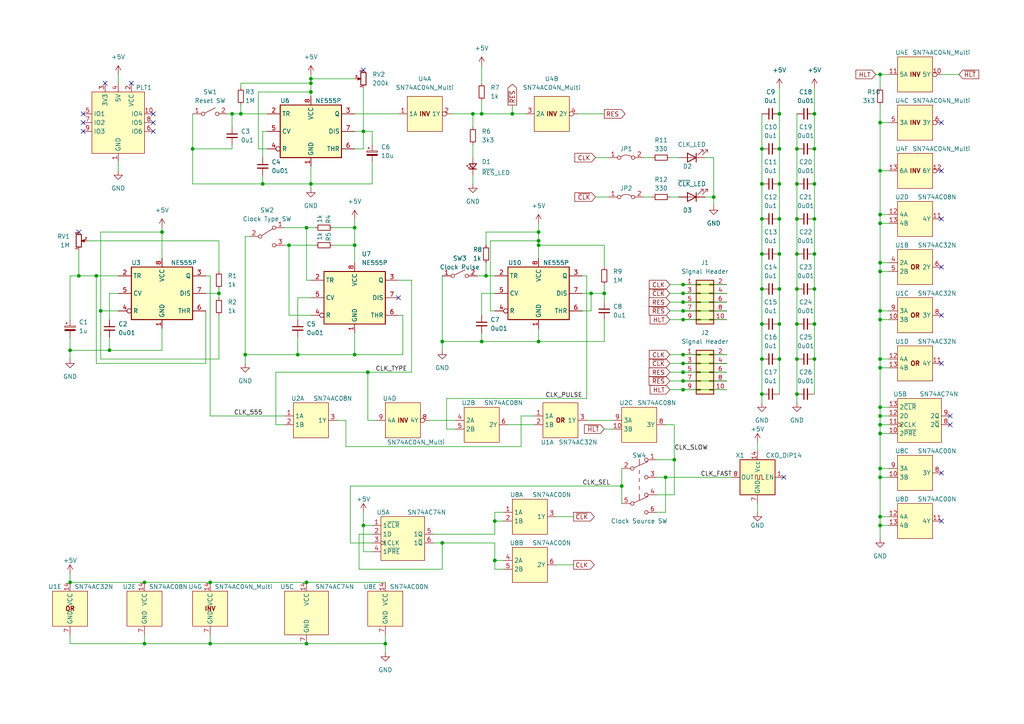
<source format=kicad_sch>
(kicad_sch (version 20211123) (generator eeschema)
  (paper "A4")
  (title_block (title "ClockPlate") (date "2022-12-28") (rev "0") (company "Microcode.io") (comment 1 "Based on clock circuit by Ben Eater and rehsd"))
  (junction (at 236.22 104.14))
  (junction (at 41.91 168.91))
  (junction (at 102.87 102.87))
  (junction (at 231.14 104.14))
  (junction (at 171.45 85.09))
  (junction (at 88.9 186.69))
  (junction (at 255.27 106.68))
  (junction (at 198.12 110.49))
  (junction (at 255.27 49.53))
  (junction (at 20.32 101.6))
  (junction (at 156.21 99.06))
  (junction (at 226.06 33.02))
  (junction (at 148.59 33.02))
  (junction (at 226.06 83.82))
  (junction (at 137.16 33.02))
  (junction (at 128.27 99.06))
  (junction (at 255.27 152.4))
  (junction (at 106.68 107.95))
  (junction (at 69.85 33.02))
  (junction (at 198.12 85.09))
  (junction (at 76.2 53.34))
  (junction (at 231.14 63.5))
  (junction (at 255.27 125.73))
  (junction (at 175.26 85.09))
  (junction (at 105.41 38.1))
  (junction (at 255.27 21.59))
  (junction (at 90.17 53.34))
  (junction (at 102.87 66.04))
  (junction (at 231.14 53.34))
  (junction (at 226.06 104.14))
  (junction (at 139.7 33.02))
  (junction (at 198.12 92.71))
  (junction (at 255.27 104.14))
  (junction (at 255.27 78.74))
  (junction (at 226.06 43.18))
  (junction (at 143.51 162.56))
  (junction (at 220.98 73.66))
  (junction (at 90.17 26.67))
  (junction (at 63.5 85.09))
  (junction (at 46.99 67.31))
  (junction (at 236.22 73.66))
  (junction (at 226.06 93.98))
  (junction (at 255.27 76.2))
  (junction (at 86.36 102.87))
  (junction (at 90.17 24.13))
  (junction (at 156.21 69.85))
  (junction (at 220.98 83.82))
  (junction (at 255.27 123.19))
  (junction (at 220.98 114.3))
  (junction (at 220.98 63.5))
  (junction (at 255.27 64.77))
  (junction (at 236.22 53.34))
  (junction (at 193.04 138.43))
  (junction (at 143.51 151.13))
  (junction (at 236.22 43.18))
  (junction (at 226.06 63.5))
  (junction (at 236.22 63.5))
  (junction (at 231.14 93.98))
  (junction (at 231.14 83.82))
  (junction (at 22.86 80.01))
  (junction (at 88.9 66.04))
  (junction (at 220.98 53.34))
  (junction (at 156.21 71.12))
  (junction (at 231.14 114.3))
  (junction (at 226.06 73.66))
  (junction (at 67.31 33.02))
  (junction (at 198.12 102.87))
  (junction (at 41.91 186.69))
  (junction (at 220.98 93.98))
  (junction (at 60.96 168.91))
  (junction (at 71.12 102.87))
  (junction (at 255.27 135.89))
  (junction (at 226.06 53.34))
  (junction (at 198.12 105.41))
  (junction (at 128.27 157.48))
  (junction (at 255.27 35.56))
  (junction (at 255.27 149.86))
  (junction (at 180.34 140.97))
  (junction (at 255.27 118.11))
  (junction (at 255.27 138.43))
  (junction (at 156.21 67.31))
  (junction (at 102.87 71.12))
  (junction (at 198.12 87.63))
  (junction (at 60.96 186.69))
  (junction (at 236.22 83.82))
  (junction (at 220.98 104.14))
  (junction (at 255.27 92.71))
  (junction (at 198.12 90.17))
  (junction (at 220.98 43.18))
  (junction (at 31.75 101.6))
  (junction (at 195.58 133.35))
  (junction (at 255.27 90.17))
  (junction (at 88.9 168.91))
  (junction (at 83.82 71.12))
  (junction (at 236.22 33.02))
  (junction (at 198.12 107.95))
  (junction (at 55.88 43.18))
  (junction (at 231.14 43.18))
  (junction (at 90.17 22.86))
  (junction (at 236.22 93.98))
  (junction (at 255.27 62.23))
  (junction (at 29.21 90.17))
  (junction (at 139.7 99.06))
  (junction (at 198.12 82.55))
  (junction (at 140.97 80.01))
  (junction (at 20.32 168.91))
  (junction (at 27.94 80.01))
  (junction (at 105.41 152.4))
  (junction (at 231.14 73.66))
  (junction (at 255.27 120.65))
  (junction (at 207.01 57.15))
  (junction (at 198.12 113.03))
  (junction (at 111.76 186.69))
  (no_connect (at 273.05 35.56))
  (no_connect (at 44.45 38.1))
  (no_connect (at 227.33 138.43))
  (no_connect (at 105.41 20.32))
  (no_connect (at 24.13 33.02))
  (no_connect (at 273.05 137.16))
  (no_connect (at 273.05 91.44))
  (no_connect (at 273.05 63.5))
  (no_connect (at 273.05 77.47))
  (no_connect (at 44.45 33.02))
  (no_connect (at 273.05 49.53))
  (no_connect (at 275.59 123.19))
  (no_connect (at 30.48 24.13))
  (no_connect (at 115.57 86.36))
  (no_connect (at 275.59 120.65))
  (no_connect (at 273.05 151.13))
  (no_connect (at 24.13 38.1))
  (no_connect (at 44.45 35.56))
  (no_connect (at 273.05 105.41))
  (no_connect (at 24.13 35.56))
  (no_connect (at 38.1 24.13))
  (no_connect (at 22.86 67.31))
  (wire (pts (xy 63.5 85.09) (xy 63.5 86.36)))
  (wire (pts (xy 90.17 21.59) (xy 90.17 22.86)))
  (wire (pts (xy 194.31 87.63) (xy 198.12 87.63)))
  (wire (pts (xy 255.27 49.53) (xy 257.81 49.53)))
  (wire (pts (xy 255.27 35.56) (xy 257.81 35.56)))
  (wire (pts (xy 129.54 124.46) (xy 132.08 124.46)))
  (wire (pts (xy 226.06 83.82) (xy 226.06 93.98)))
  (wire (pts (xy 27.94 105.41) (xy 27.94 80.01)))
  (wire (pts (xy 219.71 128.27) (xy 219.71 130.81)))
  (wire (pts (xy 236.22 53.34) (xy 236.22 63.5)))
  (wire (pts (xy 90.17 22.86) (xy 102.87 22.86)))
  (wire (pts (xy 143.51 165.1) (xy 146.05 165.1)))
  (wire (pts (xy 55.88 43.18) (xy 67.31 43.18)))
  (wire (pts (xy 74.93 26.67) (xy 90.17 26.67)))
  (wire (pts (xy 168.91 80.01) (xy 170.18 80.01)))
  (wire (pts (xy 226.06 93.98) (xy 226.06 104.14)))
  (wire (pts (xy 148.59 30.48) (xy 148.59 33.02)))
  (wire (pts (xy 171.45 90.17) (xy 171.45 85.09)))
  (wire (pts (xy 193.04 138.43) (xy 212.09 138.43)))
  (wire (pts (xy 100.33 121.92) (xy 100.33 129.54)))
  (wire (pts (xy 107.95 41.91) (xy 107.95 38.1)))
  (wire (pts (xy 194.31 102.87) (xy 198.12 102.87)))
  (wire (pts (xy 102.87 33.02) (xy 115.57 33.02)))
  (wire (pts (xy 105.41 38.1) (xy 105.41 43.18)))
  (wire (pts (xy 175.26 71.12) (xy 156.21 71.12)))
  (wire (pts (xy 63.5 91.44) (xy 63.5 104.14)))
  (wire (pts (xy 220.98 114.3) (xy 220.98 116.84)))
  (wire (pts (xy 76.2 53.34) (xy 90.17 53.34)))
  (wire (pts (xy 220.98 63.5) (xy 220.98 73.66)))
  (wire (pts (xy 119.38 81.28) (xy 119.38 107.95)))
  (wire (pts (xy 59.69 90.17) (xy 59.69 105.41)))
  (wire (pts (xy 71.12 102.87) (xy 86.36 102.87)))
  (wire (pts (xy 128.27 157.48) (xy 128.27 165.1)))
  (wire (pts (xy 175.26 82.55) (xy 175.26 85.09)))
  (wire (pts (xy 55.88 33.02) (xy 55.88 43.18)))
  (wire (pts (xy 137.16 41.91) (xy 137.16 45.72)))
  (wire (pts (xy 255.27 64.77) (xy 255.27 76.2)))
  (wire (pts (xy 69.85 33.02) (xy 77.47 33.02)))
  (wire (pts (xy 63.5 104.14) (xy 29.21 104.14)))
  (wire (pts (xy 193.04 123.19) (xy 195.58 123.19)))
  (wire (pts (xy 20.32 101.6) (xy 20.32 104.14)))
  (wire (pts (xy 226.06 104.14) (xy 226.06 114.3)))
  (wire (pts (xy 90.17 24.13) (xy 90.17 26.67)))
  (wire (pts (xy 175.26 85.09) (xy 175.26 87.63)))
  (wire (pts (xy 59.69 80.01) (xy 60.96 80.01)))
  (wire (pts (xy 111.76 186.69) (xy 88.9 186.69)))
  (wire (pts (xy 82.55 123.19) (xy 80.01 123.19)))
  (wire (pts (xy 255.27 30.48) (xy 255.27 35.56)))
  (wire (pts (xy 142.24 90.17) (xy 142.24 69.85)))
  (wire (pts (xy 198.12 82.55) (xy 210.82 82.55)))
  (wire (pts (xy 255.27 62.23) (xy 255.27 64.77)))
  (wire (pts (xy 20.32 186.69) (xy 20.32 184.15)))
  (wire (pts (xy 148.59 33.02) (xy 152.4 33.02)))
  (wire (pts (xy 194.31 82.55) (xy 198.12 82.55)))
  (wire (pts (xy 172.72 45.72) (xy 176.53 45.72)))
  (wire (pts (xy 231.14 43.18) (xy 231.14 53.34)))
  (wire (pts (xy 90.17 86.36) (xy 86.36 86.36)))
  (wire (pts (xy 180.34 135.89) (xy 180.34 140.97)))
  (wire (pts (xy 60.96 184.15) (xy 60.96 186.69)))
  (wire (pts (xy 140.97 80.01) (xy 143.51 80.01)))
  (wire (pts (xy 143.51 151.13) (xy 146.05 151.13)))
  (wire (pts (xy 255.27 152.4) (xy 257.81 152.4)))
  (wire (pts (xy 41.91 184.15) (xy 41.91 186.69)))
  (wire (pts (xy 130.81 33.02) (xy 137.16 33.02)))
  (wire (pts (xy 255.27 92.71) (xy 255.27 104.14)))
  (wire (pts (xy 220.98 73.66) (xy 220.98 83.82)))
  (wire (pts (xy 60.96 186.69) (xy 41.91 186.69)))
  (wire (pts (xy 255.27 125.73) (xy 255.27 135.89)))
  (wire (pts (xy 102.87 102.87) (xy 102.87 96.52)))
  (wire (pts (xy 71.12 102.87) (xy 71.12 105.41)))
  (wire (pts (xy 198.12 102.87) (xy 210.82 102.87)))
  (wire (pts (xy 60.96 80.01) (xy 60.96 120.65)))
  (wire (pts (xy 29.21 90.17) (xy 34.29 90.17)))
  (wire (pts (xy 231.14 114.3) (xy 231.14 116.84)))
  (wire (pts (xy 255.27 120.65) (xy 257.81 120.65)))
  (wire (pts (xy 105.41 38.1) (xy 107.95 38.1)))
  (wire (pts (xy 104.14 154.94) (xy 104.14 165.1)))
  (wire (pts (xy 198.12 107.95) (xy 210.82 107.95)))
  (wire (pts (xy 69.85 25.4) (xy 69.85 24.13)))
  (wire (pts (xy 139.7 19.05) (xy 139.7 24.13)))
  (wire (pts (xy 151.13 120.65) (xy 154.94 120.65)))
  (wire (pts (xy 255.27 120.65) (xy 255.27 123.19)))
  (wire (pts (xy 175.26 99.06) (xy 156.21 99.06)))
  (wire (pts (xy 195.58 133.35) (xy 195.58 143.51)))
  (wire (pts (xy 204.47 45.72) (xy 207.01 45.72)))
  (wire (pts (xy 151.13 129.54) (xy 151.13 120.65)))
  (wire (pts (xy 96.52 66.04) (xy 102.87 66.04)))
  (wire (pts (xy 236.22 25.4) (xy 236.22 33.02)))
  (wire (pts (xy 255.27 21.59) (xy 255.27 25.4)))
  (wire (pts (xy 207.01 45.72) (xy 207.01 57.15)))
  (wire (pts (xy 102.87 71.12) (xy 102.87 76.2)))
  (wire (pts (xy 236.22 73.66) (xy 236.22 83.82)))
  (wire (pts (xy 101.6 157.48) (xy 107.95 157.48)))
  (wire (pts (xy 128.27 80.01) (xy 128.27 99.06)))
  (wire (pts (xy 255.27 149.86) (xy 257.81 149.86)))
  (wire (pts (xy 255.27 76.2) (xy 255.27 78.74)))
  (wire (pts (xy 67.31 33.02) (xy 69.85 33.02)))
  (wire (pts (xy 255.27 123.19) (xy 255.27 125.73)))
  (wire (pts (xy 109.22 121.92) (xy 106.68 121.92)))
  (wire (pts (xy 255.27 64.77) (xy 257.81 64.77)))
  (wire (pts (xy 190.5 138.43) (xy 193.04 138.43)))
  (wire (pts (xy 115.57 81.28) (xy 119.38 81.28)))
  (wire (pts (xy 198.12 85.09) (xy 210.82 85.09)))
  (wire (pts (xy 255.27 78.74) (xy 257.81 78.74)))
  (wire (pts (xy 226.06 73.66) (xy 226.06 83.82)))
  (wire (pts (xy 69.85 24.13) (xy 90.17 24.13)))
  (wire (pts (xy 220.98 53.34) (xy 220.98 63.5)))
  (wire (pts (xy 255.27 21.59) (xy 257.81 21.59)))
  (wire (pts (xy 231.14 73.66) (xy 231.14 83.82)))
  (wire (pts (xy 139.7 96.52) (xy 139.7 99.06)))
  (wire (pts (xy 63.5 83.82) (xy 63.5 85.09)))
  (wire (pts (xy 86.36 97.79) (xy 86.36 102.87)))
  (wire (pts (xy 143.51 154.94) (xy 143.51 151.13)))
  (wire (pts (xy 20.32 166.37) (xy 20.32 168.91)))
  (wire (pts (xy 198.12 105.41) (xy 210.82 105.41)))
  (wire (pts (xy 88.9 186.69) (xy 60.96 186.69)))
  (wire (pts (xy 255.27 35.56) (xy 255.27 49.53)))
  (wire (pts (xy 139.7 99.06) (xy 156.21 99.06)))
  (wire (pts (xy 137.16 50.8) (xy 137.16 53.34)))
  (wire (pts (xy 128.27 99.06) (xy 139.7 99.06)))
  (wire (pts (xy 29.21 104.14) (xy 29.21 90.17)))
  (wire (pts (xy 124.46 121.92) (xy 132.08 121.92)))
  (wire (pts (xy 255.27 104.14) (xy 255.27 106.68)))
  (wire (pts (xy 198.12 113.03) (xy 210.82 113.03)))
  (wire (pts (xy 236.22 33.02) (xy 236.22 43.18)))
  (wire (pts (xy 139.7 29.21) (xy 139.7 33.02)))
  (wire (pts (xy 59.69 105.41) (xy 27.94 105.41)))
  (wire (pts (xy 86.36 102.87) (xy 102.87 102.87)))
  (wire (pts (xy 170.18 80.01) (xy 170.18 115.57)))
  (wire (pts (xy 204.47 57.15) (xy 207.01 57.15)))
  (wire (pts (xy 46.99 66.04) (xy 46.99 67.31)))
  (wire (pts (xy 195.58 123.19) (xy 195.58 133.35)))
  (wire (pts (xy 31.75 97.79) (xy 31.75 101.6)))
  (wire (pts (xy 231.14 104.14) (xy 231.14 114.3)))
  (wire (pts (xy 194.31 45.72) (xy 196.85 45.72)))
  (wire (pts (xy 255.27 152.4) (xy 255.27 156.21)))
  (wire (pts (xy 255.27 118.11) (xy 255.27 120.65)))
  (wire (pts (xy 138.43 80.01) (xy 140.97 80.01)))
  (wire (pts (xy 255.27 135.89) (xy 255.27 138.43)))
  (wire (pts (xy 107.95 46.99) (xy 107.95 53.34)))
  (wire (pts (xy 67.31 41.91) (xy 67.31 43.18)))
  (wire (pts (xy 156.21 99.06) (xy 156.21 95.25)))
  (wire (pts (xy 60.96 168.91) (xy 88.9 168.91)))
  (wire (pts (xy 107.95 154.94) (xy 104.14 154.94)))
  (wire (pts (xy 86.36 86.36) (xy 86.36 92.71)))
  (wire (pts (xy 22.86 72.39) (xy 22.86 80.01)))
  (wire (pts (xy 55.88 53.34) (xy 76.2 53.34)))
  (wire (pts (xy 142.24 69.85) (xy 156.21 69.85)))
  (wire (pts (xy 46.99 101.6) (xy 31.75 101.6)))
  (wire (pts (xy 236.22 83.82) (xy 236.22 93.98)))
  (wire (pts (xy 190.5 133.35) (xy 195.58 133.35)))
  (wire (pts (xy 63.5 69.85) (xy 63.5 78.74)))
  (wire (pts (xy 41.91 186.69) (xy 20.32 186.69)))
  (wire (pts (xy 193.04 138.43) (xy 193.04 148.59)))
  (wire (pts (xy 143.51 162.56) (xy 143.51 165.1)))
  (wire (pts (xy 20.32 97.79) (xy 20.32 101.6)))
  (wire (pts (xy 90.17 26.67) (xy 90.17 27.94)))
  (wire (pts (xy 59.69 85.09) (xy 63.5 85.09)))
  (wire (pts (xy 116.84 102.87) (xy 102.87 102.87)))
  (wire (pts (xy 140.97 71.12) (xy 140.97 67.31)))
  (wire (pts (xy 139.7 33.02) (xy 148.59 33.02)))
  (wire (pts (xy 111.76 189.23) (xy 111.76 186.69)))
  (wire (pts (xy 194.31 90.17) (xy 198.12 90.17)))
  (wire (pts (xy 101.6 140.97) (xy 101.6 157.48)))
  (wire (pts (xy 22.86 80.01) (xy 27.94 80.01)))
  (wire (pts (xy 20.32 168.91) (xy 41.91 168.91)))
  (wire (pts (xy 29.21 67.31) (xy 46.99 67.31)))
  (wire (pts (xy 168.91 85.09) (xy 171.45 85.09)))
  (wire (pts (xy 76.2 50.8) (xy 76.2 53.34)))
  (wire (pts (xy 255.27 125.73) (xy 257.81 125.73)))
  (wire (pts (xy 231.14 53.34) (xy 231.14 63.5)))
  (wire (pts (xy 102.87 38.1) (xy 105.41 38.1)))
  (wire (pts (xy 119.38 107.95) (xy 106.68 107.95)))
  (wire (pts (xy 231.14 33.02) (xy 231.14 43.18)))
  (wire (pts (xy 97.79 121.92) (xy 100.33 121.92)))
  (wire (pts (xy 255.27 123.19) (xy 257.81 123.19)))
  (wire (pts (xy 172.72 57.15) (xy 176.53 57.15)))
  (wire (pts (xy 115.57 91.44) (xy 116.84 91.44)))
  (wire (pts (xy 255.27 135.89) (xy 257.81 135.89)))
  (wire (pts (xy 100.33 129.54) (xy 151.13 129.54)))
  (wire (pts (xy 139.7 85.09) (xy 139.7 91.44)))
  (wire (pts (xy 236.22 63.5) (xy 236.22 73.66)))
  (wire (pts (xy 143.51 162.56) (xy 146.05 162.56)))
  (wire (pts (xy 60.96 120.65) (xy 82.55 120.65)))
  (wire (pts (xy 80.01 123.19) (xy 80.01 107.95)))
  (wire (pts (xy 105.41 152.4) (xy 105.41 160.02)))
  (wire (pts (xy 46.99 67.31) (xy 46.99 74.93)))
  (wire (pts (xy 105.41 25.4) (xy 105.41 38.1)))
  (wire (pts (xy 102.87 66.04) (xy 102.87 71.12)))
  (wire (pts (xy 255.27 149.86) (xy 255.27 152.4)))
  (wire (pts (xy 71.12 68.58) (xy 71.12 102.87)))
  (wire (pts (xy 125.73 154.94) (xy 143.51 154.94)))
  (wire (pts (xy 128.27 157.48) (xy 143.51 157.48)))
  (wire (pts (xy 175.26 92.71) (xy 175.26 99.06)))
  (wire (pts (xy 137.16 33.02) (xy 137.16 36.83)))
  (wire (pts (xy 105.41 43.18) (xy 102.87 43.18)))
  (wire (pts (xy 125.73 157.48) (xy 128.27 157.48)))
  (wire (pts (xy 194.31 57.15) (xy 196.85 57.15)))
  (wire (pts (xy 104.14 165.1) (xy 128.27 165.1)))
  (wire (pts (xy 107.95 160.02) (xy 105.41 160.02)))
  (wire (pts (xy 83.82 91.44) (xy 83.82 71.12)))
  (wire (pts (xy 198.12 92.71) (xy 210.82 92.71)))
  (wire (pts (xy 255.27 138.43) (xy 257.81 138.43)))
  (wire (pts (xy 101.6 140.97) (xy 180.34 140.97)))
  (wire (pts (xy 167.64 33.02) (xy 175.26 33.02)))
  (wire (pts (xy 88.9 168.91) (xy 111.76 168.91)))
  (wire (pts (xy 236.22 43.18) (xy 236.22 53.34)))
  (wire (pts (xy 41.91 168.91) (xy 60.96 168.91)))
  (wire (pts (xy 34.29 46.99) (xy 34.29 49.53)))
  (wire (pts (xy 88.9 66.04) (xy 91.44 66.04)))
  (wire (pts (xy 88.9 66.04) (xy 82.55 66.04)))
  (wire (pts (xy 25.4 69.85) (xy 63.5 69.85)))
  (wire (pts (xy 76.2 38.1) (xy 76.2 45.72)))
  (wire (pts (xy 31.75 85.09) (xy 31.75 92.71)))
  (wire (pts (xy 83.82 71.12) (xy 91.44 71.12)))
  (wire (pts (xy 72.39 68.58) (xy 71.12 68.58)))
  (wire (pts (xy 77.47 38.1) (xy 76.2 38.1)))
  (wire (pts (xy 143.51 148.59) (xy 146.05 148.59)))
  (wire (pts (xy 107.95 53.34) (xy 90.17 53.34)))
  (wire (pts (xy 77.47 43.18) (xy 74.93 43.18)))
  (wire (pts (xy 66.04 33.02) (xy 67.31 33.02)))
  (wire (pts (xy 111.76 184.15) (xy 111.76 186.69)))
  (wire (pts (xy 156.21 71.12) (xy 156.21 74.93)))
  (wire (pts (xy 257.81 62.23) (xy 255.27 62.23)))
  (wire (pts (xy 90.17 48.26) (xy 90.17 53.34)))
  (wire (pts (xy 156.21 69.85) (xy 156.21 71.12)))
  (wire (pts (xy 170.18 115.57) (xy 129.54 115.57)))
  (wire (pts (xy 140.97 76.2) (xy 140.97 80.01)))
  (wire (pts (xy 88.9 81.28) (xy 88.9 66.04)))
  (wire (pts (xy 255.27 76.2) (xy 257.81 76.2)))
  (wire (pts (xy 156.21 64.77) (xy 156.21 67.31)))
  (wire (pts (xy 190.5 143.51) (xy 195.58 143.51)))
  (wire (pts (xy 88.9 81.28) (xy 90.17 81.28)))
  (wire (pts (xy 143.51 151.13) (xy 143.51 148.59)))
  (wire (pts (xy 27.94 80.01) (xy 34.29 80.01)))
  (wire (pts (xy 168.91 90.17) (xy 171.45 90.17)))
  (wire (pts (xy 46.99 95.25) (xy 46.99 101.6)))
  (wire (pts (xy 220.98 104.14) (xy 220.98 114.3)))
  (wire (pts (xy 194.31 105.41) (xy 198.12 105.41)))
  (wire (pts (xy 143.51 157.48) (xy 143.51 162.56)))
  (wire (pts (xy 231.14 83.82) (xy 231.14 93.98)))
  (wire (pts (xy 96.52 71.12) (xy 102.87 71.12)))
  (wire (pts (xy 143.51 90.17) (xy 142.24 90.17)))
  (wire (pts (xy 207.01 57.15) (xy 207.01 59.69)))
  (wire (pts (xy 236.22 93.98) (xy 236.22 104.14)))
  (wire (pts (xy 255.27 106.68) (xy 255.27 118.11)))
  (wire (pts (xy 255.27 92.71) (xy 257.81 92.71)))
  (wire (pts (xy 180.34 140.97) (xy 180.34 146.05)))
  (wire (pts (xy 20.32 80.01) (xy 22.86 80.01)))
  (wire (pts (xy 255.27 78.74) (xy 255.27 90.17)))
  (wire (pts (xy 128.27 101.6) (xy 128.27 99.06)))
  (wire (pts (xy 143.51 85.09) (xy 139.7 85.09)))
  (wire (pts (xy 198.12 110.49) (xy 210.82 110.49)))
  (wire (pts (xy 236.22 104.14) (xy 236.22 114.3)))
  (wire (pts (xy 55.88 43.18) (xy 55.88 53.34)))
  (wire (pts (xy 255.27 49.53) (xy 255.27 62.23)))
  (wire (pts (xy 34.29 21.59) (xy 34.29 24.13)))
  (wire (pts (xy 226.06 63.5) (xy 226.06 73.66)))
  (wire (pts (xy 156.21 67.31) (xy 156.21 69.85)))
  (wire (pts (xy 226.06 53.34) (xy 226.06 63.5)))
  (wire (pts (xy 67.31 33.02) (xy 67.31 36.83)))
  (wire (pts (xy 255.27 138.43) (xy 255.27 149.86)))
  (wire (pts (xy 147.32 123.19) (xy 154.94 123.19)))
  (wire (pts (xy 220.98 33.02) (xy 220.98 43.18)))
  (wire (pts (xy 34.29 85.09) (xy 31.75 85.09)))
  (wire (pts (xy 226.06 33.02) (xy 226.06 43.18)))
  (wire (pts (xy 226.06 25.4) (xy 226.06 33.02)))
  (wire (pts (xy 186.69 45.72) (xy 189.23 45.72)))
  (wire (pts (xy 194.31 107.95) (xy 198.12 107.95)))
  (wire (pts (xy 231.14 63.5) (xy 231.14 73.66)))
  (wire (pts (xy 69.85 30.48) (xy 69.85 33.02)))
  (wire (pts (xy 20.32 101.6) (xy 31.75 101.6)))
  (wire (pts (xy 194.31 110.49) (xy 198.12 110.49)))
  (wire (pts (xy 80.01 107.95) (xy 106.68 107.95)))
  (wire (pts (xy 107.95 152.4) (xy 105.41 152.4)))
  (wire (pts (xy 255.27 90.17) (xy 255.27 92.71)))
  (wire (pts (xy 90.17 22.86) (xy 90.17 24.13)))
  (wire (pts (xy 129.54 115.57) (xy 129.54 124.46)))
  (wire (pts (xy 105.41 152.4) (xy 105.41 148.59)))
  (wire (pts (xy 116.84 91.44) (xy 116.84 102.87)))
  (wire (pts (xy 219.71 146.05) (xy 219.71 148.59)))
  (wire (pts (xy 220.98 83.82) (xy 220.98 93.98)))
  (wire (pts (xy 226.06 43.18) (xy 226.06 53.34)))
  (wire (pts (xy 198.12 90.17) (xy 210.82 90.17)))
  (wire (pts (xy 175.26 124.46) (xy 177.8 124.46)))
  (wire (pts (xy 220.98 43.18) (xy 220.98 53.34)))
  (wire (pts (xy 74.93 43.18) (xy 74.93 26.67)))
  (wire (pts (xy 20.32 92.71) (xy 20.32 80.01)))
  (wire (pts (xy 231.14 93.98) (xy 231.14 104.14)))
  (wire (pts (xy 255.27 104.14) (xy 257.81 104.14)))
  (wire (pts (xy 194.31 92.71) (xy 198.12 92.71)))
  (wire (pts (xy 90.17 91.44) (xy 83.82 91.44)))
  (wire (pts (xy 186.69 57.15) (xy 189.23 57.15)))
  (wire (pts (xy 106.68 107.95) (xy 106.68 121.92)))
  (wire (pts (xy 175.26 77.47) (xy 175.26 71.12)))
  (wire (pts (xy 137.16 33.02) (xy 139.7 33.02)))
  (wire (pts (xy 161.29 163.83) (xy 166.37 163.83)))
  (wire (pts (xy 220.98 93.98) (xy 220.98 104.14)))
  (wire (pts (xy 255.27 90.17) (xy 257.81 90.17)))
  (wire (pts (xy 254 21.59) (xy 255.27 21.59)))
  (wire (pts (xy 161.29 149.86) (xy 166.37 149.86)))
  (wire (pts (xy 255.27 106.68) (xy 257.81 106.68)))
  (wire (pts (xy 198.12 87.63) (xy 210.82 87.63)))
  (wire (pts (xy 190.5 148.59) (xy 193.04 148.59)))
  (wire (pts (xy 273.05 21.59) (xy 278.13 21.59)))
  (wire (pts (xy 29.21 90.17) (xy 29.21 67.31)))
  (wire (pts (xy 90.17 53.34) (xy 90.17 54.61)))
  (wire (pts (xy 194.31 85.09) (xy 198.12 85.09)))
  (wire (pts (xy 102.87 63.5) (xy 102.87 66.04)))
  (wire (pts (xy 83.82 71.12) (xy 82.55 71.12)))
  (wire (pts (xy 170.18 121.92) (xy 177.8 121.92)))
  (wire (pts (xy 171.45 85.09) (xy 175.26 85.09)))
  (wire (pts (xy 140.97 67.31) (xy 156.21 67.31)))
  (wire (pts (xy 194.31 113.03) (xy 198.12 113.03)))
  (wire (pts (xy 255.27 118.11) (xy 257.81 118.11)))
  (label "CLK_FAST" (at 203.2 138.43 0))
  (label "CLK_SLOW" (at 195.58 130.81 0))
  (label "CLK_555" (at 76.2 120.65 180))
  (label "CLK_SEL" (at 168.91 140.97 0))
  (label "CLK_PULSE" (at 168.91 115.57 180))
  (label "CLK_TYPE" (at 118.11 107.95 180))
  (global_label "~{CLK}" (shape input) (at 172.72 57.15 180) (property "Intersheet References" "${INTERSHEET_REFS}" (effects hide)))
  (global_label "HLT" (shape input) (at 194.31 113.03 180) (property "Intersheet References" "${INTERSHEET_REFS}" (effects hide)))
  (global_label "CLK" (shape input) (at 194.31 82.55 180) (property "Intersheet References" "${INTERSHEET_REFS}" (effects hide)))
  (global_label "~{CLK}" (shape input) (at 194.31 85.09 180) (property "Intersheet References" "${INTERSHEET_REFS}" (effects hide)))
  (global_label "CLK" (shape output) (at 166.37 163.83 0) (property "Intersheet References" "${INTERSHEET_REFS}" (effects hide)))
  (global_label "~{CLK}" (shape output) (at 166.37 149.86 0) (property "Intersheet References" "${INTERSHEET_REFS}" (effects hide)))
  (global_label "HLT" (shape input) (at 254 21.59 180) (property "Intersheet References" "${INTERSHEET_REFS}" (effects hide)))
  (global_label "~{RES}" (shape input) (at 194.31 90.17 180) (property "Intersheet References" "${INTERSHEET_REFS}" (effects hide)))
  (global_label "~{HLT}" (shape input) (at 278.13 21.59 0) (property "Intersheet References" "${INTERSHEET_REFS}" (effects hide)))
  (global_label "RES" (shape output) (at 175.26 33.02 0) (property "Intersheet References" "${INTERSHEET_REFS}" (effects hide)))
  (global_label "CLK" (shape input) (at 194.31 102.87 180) (property "Intersheet References" "${INTERSHEET_REFS}" (effects hide)))
  (global_label "~{RES}" (shape output) (at 148.59 30.48 90) (property "Intersheet References" "${INTERSHEET_REFS}" (effects hide)))
  (global_label "CLK" (shape input) (at 172.72 45.72 180) (property "Intersheet References" "${INTERSHEET_REFS}" (effects hide)))
  (global_label "RES" (shape input) (at 194.31 87.63 180) (property "Intersheet References" "${INTERSHEET_REFS}" (effects hide)))
  (global_label "~{HLT}" (shape input) (at 175.26 124.46 180) (property "Intersheet References" "${INTERSHEET_REFS}" (effects hide)))
  (global_label "~{CLK}" (shape input) (at 194.31 105.41 180) (property "Intersheet References" "${INTERSHEET_REFS}" (effects hide)))
  (global_label "RES" (shape input) (at 194.31 107.95 180) (property "Intersheet References" "${INTERSHEET_REFS}" (effects hide)))
  (global_label "HLT" (shape input) (at 194.31 92.71 180) (property "Intersheet References" "${INTERSHEET_REFS}" (effects hide)))
  (global_label "~{RES}" (shape input) (at 194.31 110.49 180) (property "Intersheet References" "${INTERSHEET_REFS}" (effects hide)))
  (symbol (lib_name "SN74AC00N_2") (lib_id "ExtraParts:SN74AC00N") (at 153.67 149.86 0) (unit 1)
    (property "Reference" "U8" (at 149.86 143.51 0))
    (property "Value" "SN74AC00N" (at 160.02 143.51 0))
    (property "Footprint" "Package_DIP:DIP-14_W7.62mm_Socket_LongPads" (effects hide))
    (property "Datasheet" "https://www.ti.com/lit/ds/scas524e/scas524e.pdf" (effects hide))
    (property "Manufacturer Name" "Texas Instruments" (effects hide))
    (property "Manufacturer Part Number" "SN74AC00N" (effects hide))
    (property "Supplier Name" "Digi-Key" (effects hide))
    (property "Supplier Part Number" "296-4287-5-ND" (effects hide))
  )
  (symbol (lib_id "power:GND") (at 207.01 59.69 0) (unit 1)
    (property "Reference" "#PWR021" (effects hide))
    (property "Value" "GND" (at 207.01 64.77 0))
  )
  (symbol (lib_id "Device:R_Potentiometer_Small") (at 105.41 22.86 180) (unit 1)
    (property "Reference" "RV2" (at 107.95 21.5899 0) (effects (justify right)))
    (property "Value" "200k" (at 107.95 24.1299 0) (effects (justify right)))
    (property "Footprint" "Potentiometer_THT:Potentiometer_Bourns_3266W_Vertical" (effects hide))
    (property "Datasheet" "https://www.ttelectronics.com/TTElectronics/media/ProductFiles/Datasheet/64.pdf" (effects hide))
    (property "Manufacturer Name" "Bourns Inc." (effects hide))
    (property "Manufacturer Part Number" "3266W-1-204LF" (effects hide))
    (property "Supplier Name" "Digi-Key" (effects hide))
    (property "Supplier Part Number" "3266W-204LF-ND" (effects hide))
  )
  (symbol (lib_id "Timer:NE555P") (at 102.87 86.36 0) (unit 1)
    (property "Reference" "U7" (at 104.8894 73.66 0) (effects (justify left)))
    (property "Value" "NE555P" (at 104.8894 76.2 0) (effects (justify left)))
    (property "Footprint" "Package_DIP:DIP-8_W7.62mm_Socket_LongPads" (effects hide))
    (property "Datasheet" "http://www.ti.com/lit/ds/symlink/ne555.pdf" (effects hide))
    (property "Manufacturer Name" "Texas Instruments" (effects hide))
    (property "Manufacturer Part Number" "NE555P" (effects hide))
    (property "Supplier Name" "Digi-Key" (effects hide))
    (property "Supplier Part Number" "296-NE555P-ND" (effects hide))
  )
  (symbol (lib_id "Switch:SW_Push_DPDT") (at 185.42 140.97 0) (unit 1)
    (property "Reference" "SW4" (at 185.42 132.08 0))
    (property "Value" "Clock Source SW" (at 185.42 151.13 0))
    (property "Footprint" "Button_Switch_THT:SW_E-Switch_EG1271_DPDT" (effects hide))
    (property "Datasheet" "https://sten-eswitch-13110800-production.s3.amazonaws.com/system/asset/product_line/data_sheet/119/EG.pdf" (effects hide))
    (property "Manufacturer Name" "E-Switch" (effects hide))
    (property "Manufacturer Part Number" "EG1271" (effects hide))
    (property "Supplier Part Number" "EG1918-ND" (effects hide))
    (property "Supplier Name" "Digi-Key" (effects hide))
  )
  (symbol (lib_id "Device:C_Small") (at 223.52 83.82 90) (unit 1)
    (property "Reference" "C14" (at 223.5263 77.47 90))
    (property "Value" "0u1" (at 223.5263 80.01 90))
    (property "Footprint" "Capacitor_THT:C_Rect_L4.0mm_W2.5mm_P2.50mm" (effects hide))
    (property "Datasheet" "https://product.tdk.com/en/system/files?file=dam/doc/product/capacitor/ceramic/lead-mlcc/catalog/leadmlcc_halogenfree_fa150_en.pdf" (effects hide))
    (property "Manufacturer Name" "Vishay Beyschlag/Draloric/BC Components" (effects hide))
    (property "Manufacturer Part Number" "K104Z15Y5VE5TL2" (effects hide))
    (property "Supplier Name" "Digi-Key" (effects hide))
    (property "Supplier Part Number" "BC1148CT-ND" (effects hide))
  )
  (symbol (lib_name "SN74AC00N_1") (lib_id "ExtraParts:SN74AC00N") (at 111.76 176.53 0) (unit 5)
    (property "Reference" "U8" (at 105.41 170.18 0) (effects (justify left)))
    (property "Value" "SN74AC00N" (at 113.03 170.18 0) (effects (justify left)))
    (property "Footprint" "Package_DIP:DIP-14_W7.62mm_Socket_LongPads" (effects hide))
    (property "Datasheet" "https://www.ti.com/lit/ds/scas524e/scas524e.pdf" (effects hide))
    (property "Manufacturer Name" "Texas Instruments" (effects hide))
    (property "Manufacturer Part Number" "SN74AC00N" (effects hide))
    (property "Supplier Name" "Digi-Key" (effects hide))
    (property "Supplier Part Number" "296-4287-5-ND" (effects hide))
  )
  (symbol (lib_id "Device:C_Small") (at 233.68 63.5 90) (unit 1)
    (property "Reference" "C21" (at 233.6863 57.15 90))
    (property "Value" "0u01" (at 233.6863 59.69 90))
    (property "Footprint" "Capacitor_THT:C_Rect_L4.0mm_W2.5mm_P2.50mm" (effects hide))
    (property "Datasheet" "https://content.kemet.com/datasheets/KEM_C1049_GOLDMAX_C0G.pdf" (effects hide))
    (property "Manufacturer Name" "KEMET" (effects hide))
    (property "Manufacturer Part Number" "C315C103J3G5TA" (effects hide))
    (property "Supplier Name" "Digi-Key" (effects hide))
    (property "Supplier Part Number" "C315C103J3G5TA-ND" (effects hide))
  )
  (symbol (lib_id "Device:R_Small") (at 191.77 57.15 90) (unit 1)
    (property "Reference" "R12" (at 191.77 52.07 90))
    (property "Value" "330" (at 191.77 54.61 90))
    (property "Footprint" "Resistor_THT:R_Axial_DIN0207_L6.3mm_D2.5mm_P10.16mm_Horizontal" (effects hide))
    (property "Datasheet" "https://www.te.com/commerce/DocumentDelivery/DDEController?Action=srchrtrv&DocNm=1773265&DocType=DS&DocLang=English" (effects hide))
    (property "Manufacturer Name" "TE Connectivity Passive Product" (effects hide))
    (property "Manufacturer Part Number" "CFR16J330R" (effects hide))
    (property "Supplier Part Number" "A129436CT-ND" (effects hide))
    (property "Supplier Name" "Digi-Key" (effects hide))
  )
  (symbol (lib_id "ExtraParts:SN74AC08N") (at 139.7 123.19 0) (unit 2)
    (property "Reference" "U2" (at 135.89 116.84 0))
    (property "Value" "SN74AC08N" (at 146.05 116.84 0))
    (property "Footprint" "Package_DIP:DIP-14_W7.62mm_Socket_LongPads" (effects hide))
    (property "Datasheet" "https://www.ti.com/lit/ds/symlink/sn74ac08.pdf?HQS=dis-dk-null-digikeymode-dsf-pf-null-wwe&ts=1672272022287&ref_url=https%253A%252F%252Fwww.ti.com%252Fgeneral%252Fdocs%252Fsuppproductinfo.tsp%253FdistId%253D10%2526gotoUrl%253Dhttps%253A%252F%252Fwww.ti.com%252Flit%252Fgpn%252Fsn74ac08" (effects hide))
    (property "Manufacturer Name" "Texas Instruments" (effects hide))
    (property "Manufacturer Part Number" "SN74AC08N" (effects hide))
    (property "Supplier Name" "Digi-Key" (effects hide))
    (property "Supplier Part Number" "296-33637-5-ND" (effects hide))
  )
  (symbol (lib_id "power:+5V") (at 34.29 21.59 0) (unit 1)
    (property "Reference" "#PWR0102" (effects hide))
    (property "Value" "+5V" (at 34.29 16.51 0))
  )
  (symbol (lib_id "ExtraParts:SN74AC08N") (at 41.91 176.53 0) (unit 5)
    (property "Reference" "U2" (at 35.56 170.18 0) (effects (justify left)))
    (property "Value" "SN74AC08N" (at 43.18 170.18 0) (effects (justify left)))
    (property "Footprint" "Package_DIP:DIP-14_W7.62mm_Socket_LongPads" (effects hide))
    (property "Datasheet" "https://www.ti.com/lit/ds/symlink/sn74ac08.pdf?HQS=dis-dk-null-digikeymode-dsf-pf-null-wwe&ts=1672272022287&ref_url=https%253A%252F%252Fwww.ti.com%252Fgeneral%252Fdocs%252Fsuppproductinfo.tsp%253FdistId%253D10%2526gotoUrl%253Dhttps%253A%252F%252Fwww.ti.com%252Flit%252Fgpn%252Fsn74ac08" (effects hide))
    (property "Manufacturer Name" "Texas Instruments" (effects hide))
    (property "Manufacturer Part Number" "SN74AC08N" (effects hide))
    (property "Supplier Name" "Digi-Key" (effects hide))
    (property "Supplier Part Number" "296-33637-5-ND" (effects hide))
  )
  (symbol (lib_id "power:+5V") (at 156.21 64.77 0) (unit 1)
    (property "Reference" "#PWR013" (effects hide))
    (property "Value" "+5V" (at 156.21 59.69 0))
  )
  (symbol (lib_id "power:+5V") (at 20.32 166.37 0) (unit 1)
    (property "Reference" "#PWR02" (effects hide))
    (property "Value" "+5V" (at 20.32 162.56 0))
  )
  (symbol (lib_id "Oscillator:CXO_DIP14") (at 219.71 138.43 0) (mirror y) (unit 1)
    (property "Reference" "X1" (at 214.63 132.08 0))
    (property "Value" "CXO_DIP14" (at 227.33 132.08 0))
    (property "Footprint" "Oscillator:Oscillator_DIP-14_LargePads" (effects hide))
    (property "Datasheet" "http://cdn-reichelt.de/documents/datenblatt/B400/OSZI.pdf" (effects hide))
  )
  (symbol (lib_id "power:GND") (at 219.71 148.59 0) (unit 1)
    (property "Reference" "#PWR015" (effects hide))
    (property "Value" "GND" (at 219.71 152.4 0))
  )
  (symbol (lib_id "Device:R_Small") (at 69.85 27.94 180) (unit 1)
    (property "Reference" "R3" (at 71.12 26.67 0) (effects (justify right)))
    (property "Value" "1M" (at 71.12 29.21 0) (effects (justify right)))
    (property "Footprint" "Resistor_THT:R_Axial_DIN0207_L6.3mm_D2.5mm_P10.16mm_Horizontal" (effects hide))
    (property "Datasheet" "https://www.te.com/commerce/DocumentDelivery/DDEController?Action=srchrtrv&DocNm=1773265&DocType=DS&DocLang=English" (effects hide))
    (property "Manufacturer Name" "TE Connectivity Passive Product" (effects hide))
    (property "Manufacturer Part Number" "YR1B1M0CC" (effects hide))
    (property "Supplier Part Number" "A105943CT-ND" (effects hide))
    (property "Supplier Name" "Digi-Key" (effects hide))
  )
  (symbol (lib_id "Switch:SW_SPST") (at 60.96 33.02 0) (unit 1)
    (property "Reference" "SW1" (at 60.96 26.67 0))
    (property "Value" "Reset SW" (at 60.96 29.21 0))
    (property "Footprint" "Button_Switch_THT:SW_PUSH_6mm" (effects hide))
    (property "Datasheet" "https://omronfs.omron.com/en_US/ecb/products/pdf/en-b3f.pdf" (effects hide))
    (property "Manufacturer Name" "Omron Electronics Inc-EMC Div" (effects hide))
    (property "Manufacturer Part Number" "B3F-1002" (effects hide))
    (property "Supplier Part Number" "SW401-ND" (effects hide))
    (property "Supplier Name" "Digi-Key" (effects hide))
  )
  (symbol (lib_id "Device:R_Small") (at 191.77 45.72 90) (unit 1)
    (property "Reference" "R11" (at 191.77 40.64 90))
    (property "Value" "330" (at 191.77 43.18 90))
    (property "Footprint" "Resistor_THT:R_Axial_DIN0207_L6.3mm_D2.5mm_P10.16mm_Horizontal" (effects hide))
    (property "Datasheet" "https://www.te.com/commerce/DocumentDelivery/DDEController?Action=srchrtrv&DocNm=1773265&DocType=DS&DocLang=English" (effects hide))
    (property "Manufacturer Name" "TE Connectivity Passive Product" (effects hide))
    (property "Manufacturer Part Number" "CFR16J330R" (effects hide))
    (property "Supplier Part Number" "A129436CT-ND" (effects hide))
    (property "Supplier Name" "Digi-Key" (effects hide))
  )
  (symbol (lib_id "power:GND") (at 34.29 49.53 0) (unit 1)
    (property "Reference" "#PWR0101" (effects hide))
    (property "Value" "GND" (at 34.29 54.61 0))
  )
  (symbol (lib_name "SN74AC00N_4") (lib_id "ExtraParts:SN74AC00N") (at 265.43 137.16 0) (unit 3)
    (property "Reference" "U8" (at 261.62 130.81 0))
    (property "Value" "SN74AC00N" (at 271.78 130.81 0))
    (property "Footprint" "Package_DIP:DIP-14_W7.62mm_Socket_LongPads" (effects hide))
    (property "Datasheet" "https://www.ti.com/lit/ds/scas524e/scas524e.pdf" (effects hide))
    (property "Manufacturer Name" "Texas Instruments" (effects hide))
    (property "Manufacturer Part Number" "SN74AC00N" (effects hide))
    (property "Supplier Name" "Digi-Key" (effects hide))
    (property "Supplier Part Number" "296-4287-5-ND" (effects hide))
  )
  (symbol (lib_name "SN74AC32N_2") (lib_id "ExtraParts:SN74AC32N") (at 265.43 105.41 0) (unit 4)
    (property "Reference" "U1" (at 261.62 99.06 0))
    (property "Value" "SN74AC32N" (at 271.78 99.06 0))
    (property "Footprint" "Package_DIP:DIP-14_W7.62mm_Socket_LongPads" (effects hide))
    (property "Datasheet" "https://www.ti.com/lit/ds/scas528d/scas528d.pdf" (effects hide))
    (property "Manufacturer Name" "Texas Instruments" (effects hide))
    (property "Manufacturer Part Number" "SN74AC32N" (effects hide))
    (property "Supplier Name" "Digi-Key" (effects hide))
    (property "Supplier Part Number" "296-4318-5-ND" (effects hide))
  )
  (symbol (lib_id "Device:R_Small") (at 63.5 88.9 0) (unit 1)
    (property "Reference" "R2" (at 66.04 87.6299 0) (effects (justify left)))
    (property "Value" "1k" (at 66.04 90.1699 0) (effects (justify left)))
    (property "Footprint" "Resistor_THT:R_Axial_DIN0207_L6.3mm_D2.5mm_P10.16mm_Horizontal" (effects hide))
    (property "Datasheet" "https://www.te.com/commerce/DocumentDelivery/DDEController?Action=srchrtrv&DocNm=1773265&DocType=DS&DocLang=English" (effects hide))
    (property "Manufacturer Name" "TE Connectivity Passive Product" (effects hide))
    (property "Manufacturer Part Number" "YR1B1K0CC" (effects hide))
    (property "Supplier Part Number" "A105942CT-ND" (effects hide))
    (property "Supplier Name" "Digi-Key" (effects hide))
  )
  (symbol (lib_id "ExtraParts:SN74AC74N") (at 88.9 177.8 0) (unit 3)
    (property "Reference" "U5" (at 81.28 170.18 0) (effects (justify left)))
    (property "Value" "SN74AC74N" (at 91.44 170.18 0) (effects (justify left)))
    (property "Footprint" "Package_DIP:DIP-14_W7.62mm_Socket_LongPads" (effects hide))
    (property "Datasheet" "https://www.ti.com/lit/ds/symlink/sn74ac74.pdf?HQS=dis-dk-null-digikeymode-dsf-pf-null-wwe&ts=1672240449216&ref_url=https%253A%252F%252Fwww.ti.com%252Fgeneral%252Fdocs%252Fsuppproductinfo.tsp%253FdistId%253D10%2526gotoUrl%253Dhttps%253A%252F%252Fwww.ti.com%252Flit%252Fgpn%252Fsn74ac74" (effects hide))
    (property "Manufacturer Name" "Texas Instruments" (effects hide))
    (property "Manufacturer Part Number" "SN74AC74N" (effects hide))
    (property "Supplier Name" "Digi-Key" (effects hide))
    (property "Supplier Part Number" "296-4342-5-ND" (effects hide))
  )
  (symbol (lib_id "Device:C_Small") (at 233.68 73.66 90) (unit 1)
    (property "Reference" "C22" (at 233.6863 67.31 90))
    (property "Value" "0u01" (at 233.6863 69.85 90))
    (property "Footprint" "Capacitor_THT:C_Rect_L4.0mm_W2.5mm_P2.50mm" (effects hide))
    (property "Datasheet" "https://content.kemet.com/datasheets/KEM_C1049_GOLDMAX_C0G.pdf" (effects hide))
    (property "Manufacturer Name" "KEMET" (effects hide))
    (property "Manufacturer Part Number" "C315C103J3G5TA" (effects hide))
    (property "Supplier Name" "Digi-Key" (effects hide))
    (property "Supplier Part Number" "C315C103J3G5TA-ND" (effects hide))
  )
  (symbol (lib_id "ExtraParts:SN74AC04N_Multi") (at 265.43 21.59 0) (unit 5)
    (property "Reference" "U4" (at 261.62 15.24 0))
    (property "Value" "SN74AC04N_Multi" (at 273.05 15.24 0))
    (property "Footprint" "Package_DIP:DIP-14_W7.62mm_Socket_LongPads" (effects hide))
    (property "Datasheet" "https://www.ti.com/lit/ds/scas519e/scas519e.pdf" (effects hide))
    (property "Manufacturer Name" "Texas Instruments" (effects hide))
    (property "Manufacturer Part Number" "SN74AC04N" (effects hide))
    (property "Supplier Name" "Digi-Key" (effects hide))
    (property "Supplier Part Number" "296-4290-5-ND" (effects hide))
  )
  (symbol (lib_id "Device:C_Small") (at 86.36 95.25 0) (unit 1)
    (property "Reference" "C5" (at 88.9 93.9862 0) (effects (justify left)))
    (property "Value" "0u01" (at 88.9 96.5262 0) (effects (justify left)))
    (property "Footprint" "Capacitor_THT:C_Rect_L4.0mm_W2.5mm_P2.50mm" (effects hide))
    (property "Datasheet" "https://content.kemet.com/datasheets/KEM_C1049_GOLDMAX_C0G.pdf" (effects hide))
    (property "Manufacturer Name" "KEMET" (effects hide))
    (property "Manufacturer Part Number" "C315C103J3G5TA" (effects hide))
    (property "Supplier Name" "Digi-Key" (effects hide))
    (property "Supplier Part Number" "C315C103J3G5TA-ND" (effects hide))
  )
  (symbol (lib_id "Connector_Generic:Conn_02x05_Odd_Even") (at 203.2 107.95 0) (unit 1)
    (property "Reference" "J2" (at 204.47 96.52 0))
    (property "Value" "Signal Header" (at 204.47 99.06 0))
    (property "Footprint" "Connector_PinSocket_2.54mm:PinSocket_2x05_P2.54mm_Vertical" (effects hide))
    (property "Manufacturer Name" "On Shore Technology Inc." (effects hide))
    (property "Manufacturer Part Number" "302-R101" (effects hide))
    (property "Supplier Part Number" "ED10533-ND" (effects hide))
    (property "Supplier Name" "Digi-Key" (effects hide))
  )
  (symbol (lib_id "Timer:NE555P") (at 46.99 85.09 0) (unit 1)
    (property "Reference" "U3" (at 38.1 76.2 0) (effects (justify left)))
    (property "Value" "NE555P" (at 49.53 76.2 0) (effects (justify left)))
    (property "Footprint" "Package_DIP:DIP-8_W7.62mm_Socket_LongPads" (effects hide))
    (property "Datasheet" "http://www.ti.com/lit/ds/symlink/ne555.pdf" (effects hide))
    (property "Manufacturer Name" "Texas Instruments" (effects hide))
    (property "Manufacturer Part Number" "NE555P" (effects hide))
    (property "Supplier Name" "Digi-Key" (effects hide))
    (property "Supplier Part Number" "296-NE555P-ND" (effects hide))
  )
  (symbol (lib_id "Device:R_Potentiometer_Small") (at 22.86 69.85 0) (mirror x) (unit 1)
    (property "Reference" "RV1" (at 20.32 68.5799 0) (effects (justify right)))
    (property "Value" "1M" (at 20.32 71.1199 0) (effects (justify right)))
    (property "Footprint" "Potentiometer_THT:Potentiometer_Bourns_3386X_Horizontal" (effects hide))
    (property "Datasheet" "https://www.bourns.com/docs/Product-Datasheets/3386.pdf" (effects hide))
    (property "Comment" "Clock Sped" (effects hide))
    (property "Manufacturer Name" "Bourns Inc." (effects hide))
    (property "Manufacturer Part Number" "3386X-1-105TLF" (effects hide))
    (property "Supplier Name" "Digi-Key" (effects hide))
    (property "Supplier Part Number" "3386X-1-105TLF-ND" (effects hide))
  )
  (symbol (lib_id "Device:R_Small") (at 93.98 71.12 270) (unit 1)
    (property "Reference" "R5" (at 95.25 67.31 0) (effects (justify left)))
    (property "Value" "1k" (at 92.71 67.31 0) (effects (justify left)))
    (property "Footprint" "Resistor_THT:R_Axial_DIN0207_L6.3mm_D2.5mm_P10.16mm_Horizontal" (effects hide))
    (property "Datasheet" "https://www.te.com/commerce/DocumentDelivery/DDEController?Action=srchrtrv&DocNm=1773265&DocType=DS&DocLang=English" (effects hide))
    (property "Manufacturer Name" "TE Connectivity Passive Product" (effects hide))
    (property "Manufacturer Part Number" "YR1B1K0CC" (effects hide))
    (property "Supplier Part Number" "A105942CT-ND" (effects hide))
    (property "Supplier Name" "Digi-Key" (effects hide))
  )
  (symbol (lib_name "SN74AC32N_3") (lib_id "ExtraParts:SN74AC32N") (at 265.43 77.47 0) (unit 2)
    (property "Reference" "U1" (at 261.62 71.12 0))
    (property "Value" "SN74AC32N" (at 271.78 71.12 0))
    (property "Footprint" "Package_DIP:DIP-14_W7.62mm_Socket_LongPads" (effects hide))
    (property "Datasheet" "https://www.ti.com/lit/ds/scas528d/scas528d.pdf" (effects hide))
    (property "Manufacturer Name" "Texas Instruments" (effects hide))
    (property "Manufacturer Part Number" "SN74AC32N" (effects hide))
    (property "Supplier Name" "Digi-Key" (effects hide))
    (property "Supplier Part Number" "296-4318-5-ND" (effects hide))
  )
  (symbol (lib_id "Device:R_Small") (at 139.7 26.67 0) (unit 1)
    (property "Reference" "R7" (at 142.24 25.3999 0) (effects (justify left)))
    (property "Value" "1k" (at 142.24 27.9399 0) (effects (justify left)))
    (property "Footprint" "Resistor_THT:R_Axial_DIN0207_L6.3mm_D2.5mm_P10.16mm_Horizontal" (effects hide))
    (property "Datasheet" "https://www.te.com/commerce/DocumentDelivery/DDEController?Action=srchrtrv&DocNm=1773265&DocType=DS&DocLang=English" (effects hide))
    (property "Manufacturer Name" "TE Connectivity Passive Product" (effects hide))
    (property "Manufacturer Part Number" "YR1B1K0CC" (effects hide))
    (property "Supplier Part Number" "A105942CT-ND" (effects hide))
    (property "Supplier Name" "Digi-Key" (effects hide))
  )
  (symbol (lib_name "SN74AC08N_1") (lib_id "ExtraParts:SN74AC08N") (at 90.17 121.92 0) (unit 1)
    (property "Reference" "U2" (at 86.36 115.57 0))
    (property "Value" "SN74AC08N" (at 96.52 115.57 0))
    (property "Footprint" "Package_DIP:DIP-14_W7.62mm_Socket_LongPads" (effects hide))
    (property "Datasheet" "https://www.ti.com/lit/ds/symlink/sn74ac08.pdf?HQS=dis-dk-null-digikeymode-dsf-pf-null-wwe&ts=1672272022287&ref_url=https%253A%252F%252Fwww.ti.com%252Fgeneral%252Fdocs%252Fsuppproductinfo.tsp%253FdistId%253D10%2526gotoUrl%253Dhttps%253A%252F%252Fwww.ti.com%252Flit%252Fgpn%252Fsn74ac08" (effects hide))
    (property "Manufacturer Name" "Texas Instruments" (effects hide))
    (property "Manufacturer Part Number" "SN74AC08N" (effects hide))
    (property "Supplier Name" "Digi-Key" (effects hide))
    (property "Supplier Part Number" "296-33637-5-ND" (effects hide))
  )
  (symbol (lib_name "SN74AC04N_Multi_4") (lib_id "ExtraParts:SN74AC04N_Multi") (at 265.43 49.53 0) (unit 6)
    (property "Reference" "U4" (at 261.62 43.18 0))
    (property "Value" "SN74AC04N_Multi" (at 273.05 43.18 0))
    (property "Footprint" "Package_DIP:DIP-14_W7.62mm_Socket_LongPads" (effects hide))
    (property "Datasheet" "https://www.ti.com/lit/ds/scas519e/scas519e.pdf" (effects hide))
    (property "Manufacturer Name" "Texas Instruments" (effects hide))
    (property "Manufacturer Part Number" "SN74AC04N" (effects hide))
    (property "Supplier Name" "Digi-Key" (effects hide))
    (property "Supplier Part Number" "296-4290-5-ND" (effects hide))
  )
  (symbol (lib_id "Device:C_Small") (at 175.26 90.17 0) (unit 1)
    (property "Reference" "C8" (at 177.8 88.9062 0) (effects (justify left)))
    (property "Value" "0u1" (at 177.8 91.4462 0) (effects (justify left)))
    (property "Footprint" "Capacitor_THT:C_Rect_L4.0mm_W2.5mm_P2.50mm" (effects hide))
    (property "Datasheet" "https://product.tdk.com/en/system/files?file=dam/doc/product/capacitor/ceramic/lead-mlcc/catalog/leadmlcc_halogenfree_fa150_en.pdf" (effects hide))
    (property "Manufacturer Name" "Vishay Beyschlag/Draloric/BC Components" (effects hide))
    (property "Manufacturer Part Number" "K104Z15Y5VE5TL2" (effects hide))
    (property "Supplier Name" "Digi-Key" (effects hide))
    (property "Supplier Part Number" "BC1148CT-ND" (effects hide))
  )
  (symbol (lib_id "Device:C_Small") (at 233.68 83.82 90) (unit 1)
    (property "Reference" "C23" (at 233.6863 77.47 90))
    (property "Value" "0u01" (at 233.6863 80.01 90))
    (property "Footprint" "Capacitor_THT:C_Rect_L4.0mm_W2.5mm_P2.50mm" (effects hide))
    (property "Datasheet" "https://content.kemet.com/datasheets/KEM_C1049_GOLDMAX_C0G.pdf" (effects hide))
    (property "Manufacturer Name" "KEMET" (effects hide))
    (property "Manufacturer Part Number" "C315C103J3G5TA" (effects hide))
    (property "Supplier Name" "Digi-Key" (effects hide))
    (property "Supplier Part Number" "C315C103J3G5TA-ND" (effects hide))
  )
  (symbol (lib_id "Device:C_Small") (at 76.2 48.26 0) (unit 1)
    (property "Reference" "C4" (at 78.74 46.9962 0) (effects (justify left)))
    (property "Value" "0u01" (at 78.74 49.5362 0) (effects (justify left)))
    (property "Footprint" "Capacitor_THT:C_Rect_L4.0mm_W2.5mm_P2.50mm" (effects hide))
    (property "Datasheet" "https://content.kemet.com/datasheets/KEM_C1049_GOLDMAX_C0G.pdf" (effects hide))
    (property "Manufacturer Name" "KEMET" (effects hide))
    (property "Manufacturer Part Number" "C315C103J3G5TA" (effects hide))
    (property "Supplier Name" "Digi-Key" (effects hide))
    (property "Supplier Part Number" "C315C103J3G5TA-ND" (effects hide))
  )
  (symbol (lib_id "Device:C_Small") (at 223.52 104.14 90) (unit 1)
    (property "Reference" "C16" (at 223.5263 97.79 90))
    (property "Value" "0u1" (at 223.5263 100.33 90))
    (property "Footprint" "Capacitor_THT:C_Rect_L4.0mm_W2.5mm_P2.50mm" (effects hide))
    (property "Datasheet" "https://product.tdk.com/en/system/files?file=dam/doc/product/capacitor/ceramic/lead-mlcc/catalog/leadmlcc_halogenfree_fa150_en.pdf" (effects hide))
    (property "Manufacturer Name" "Vishay Beyschlag/Draloric/BC Components" (effects hide))
    (property "Manufacturer Part Number" "K104Z15Y5VE5TL2" (effects hide))
    (property "Supplier Name" "Digi-Key" (effects hide))
    (property "Supplier Part Number" "BC1148CT-ND" (effects hide))
  )
  (symbol (lib_name "SN74AC08N_2") (lib_id "ExtraParts:SN74AC08N") (at 185.42 123.19 0) (unit 3)
    (property "Reference" "U2" (at 181.61 116.84 0))
    (property "Value" "SN74AC08N" (at 190.5 116.84 0))
    (property "Footprint" "Package_DIP:DIP-14_W7.62mm_Socket_LongPads" (effects hide))
    (property "Datasheet" "https://www.ti.com/lit/ds/symlink/sn74ac08.pdf?HQS=dis-dk-null-digikeymode-dsf-pf-null-wwe&ts=1672272022287&ref_url=https%253A%252F%252Fwww.ti.com%252Fgeneral%252Fdocs%252Fsuppproductinfo.tsp%253FdistId%253D10%2526gotoUrl%253Dhttps%253A%252F%252Fwww.ti.com%252Flit%252Fgpn%252Fsn74ac08" (effects hide))
    (property "Manufacturer Name" "Texas Instruments" (effects hide))
    (property "Manufacturer Part Number" "SN74AC08N" (effects hide))
    (property "Supplier Name" "Digi-Key" (effects hide))
    (property "Supplier Part Number" "296-33637-5-ND" (effects hide))
  )
  (symbol (lib_id "Device:C_Small") (at 139.7 93.98 0) (unit 1)
    (property "Reference" "C7" (at 142.24 92.7162 0) (effects (justify left)))
    (property "Value" "0u01" (at 142.24 95.2562 0) (effects (justify left)))
    (property "Footprint" "Capacitor_THT:C_Rect_L4.0mm_W2.5mm_P2.50mm" (effects hide))
    (property "Datasheet" "https://content.kemet.com/datasheets/KEM_C1049_GOLDMAX_C0G.pdf" (effects hide))
    (property "Manufacturer Name" "KEMET" (effects hide))
    (property "Manufacturer Part Number" "C315C103J3G5TA" (effects hide))
    (property "Supplier Name" "Digi-Key" (effects hide))
    (property "Supplier Part Number" "C315C103J3G5TA-ND" (effects hide))
  )
  (symbol (lib_id "Device:C_Polarized_Small") (at 20.32 95.25 0) (unit 1)
    (property "Reference" "C1" (at 22.86 93.4338 0) (effects (justify left)))
    (property "Value" "1u" (at 22.86 95.9738 0) (effects (justify left)))
    (property "Footprint" "Capacitor_THT:CP_Radial_D5.0mm_P2.00mm" (effects hide))
    (property "Datasheet" "https://www.we-online.com/components/products/datasheet/860160672002.pdf" (effects hide))
    (property "Manufacturer Name" "Würth Elektronik" (effects hide))
    (property "Manufacturer Part Number" "860020772005" (effects hide))
    (property "Supplier Name" "Digi-Key" (effects hide))
    (property "Supplier Part Number" "732-8966-1-ND" (effects hide))
  )
  (symbol (lib_id "power:+5V") (at 105.41 148.59 0) (unit 1)
    (property "Reference" "#PWR08" (effects hide))
    (property "Value" "+5V" (at 105.41 144.78 0))
  )
  (symbol (lib_id "Device:LED") (at 200.66 45.72 180) (unit 1)
    (property "Reference" "D2" (at 199.39 48.26 0))
    (property "Value" "CLK_LED" (at 200.66 41.91 0))
    (property "Footprint" "LED_THT:LED_D5.0mm" (effects hide))
    (property "Datasheet" "https://www.lumex.com/spec/SSL-LX5093USBD.pdf" (effects hide))
    (property "Manufacturer Name" "SunLED" (effects hide))
    (property "Manufacturer Part Number" "XSCBD23MB" (effects hide))
    (property "Supplier Name" "Digi-Key" (effects hide))
    (property "Supplier Part Number" "1497-1037-ND" (effects hide))
  )
  (symbol (lib_id "ExtraParts:SN74AC32N") (at 162.56 121.92 0) (unit 1)
    (property "Reference" "U1" (at 158.75 128.27 0))
    (property "Value" "SN74AC32N" (at 167.64 128.27 0))
    (property "Footprint" "Package_DIP:DIP-14_W7.62mm_Socket_LongPads" (effects hide))
    (property "Datasheet" "https://www.ti.com/lit/ds/scas528d/scas528d.pdf" (effects hide))
    (property "Manufacturer Name" "Texas Instruments" (effects hide))
    (property "Manufacturer Part Number" "SN74AC32N" (effects hide))
    (property "Supplier Name" "Digi-Key" (effects hide))
    (property "Supplier Part Number" "296-4318-5-ND" (effects hide))
  )
  (symbol (lib_id "Device:R_Small") (at 63.5 81.28 0) (unit 1)
    (property "Reference" "R1" (at 66.04 80.0099 0) (effects (justify left)))
    (property "Value" "1k" (at 66.04 82.5499 0) (effects (justify left)))
    (property "Footprint" "Resistor_THT:R_Axial_DIN0207_L6.3mm_D2.5mm_P10.16mm_Horizontal" (effects hide))
    (property "Datasheet" "https://www.te.com/commerce/DocumentDelivery/DDEController?Action=srchrtrv&DocNm=1773265&DocType=DS&DocLang=English" (effects hide))
    (property "Manufacturer Name" "TE Connectivity Passive Product" (effects hide))
    (property "Manufacturer Part Number" "YR1B1K0CC" (effects hide))
    (property "Supplier Part Number" "A105942CT-ND" (effects hide))
    (property "Supplier Name" "Digi-Key" (effects hide))
  )
  (symbol (lib_id "power:GND") (at 71.12 105.41 0) (unit 1)
    (property "Reference" "#PWR04" (effects hide))
    (property "Value" "GND" (at 71.12 110.49 0))
  )
  (symbol (lib_id "Device:C_Small") (at 233.68 93.98 90) (unit 1)
    (property "Reference" "C24" (at 233.6863 87.63 90))
    (property "Value" "0u01" (at 233.6863 90.17 90))
    (property "Footprint" "Capacitor_THT:C_Rect_L4.0mm_W2.5mm_P2.50mm" (effects hide))
    (property "Datasheet" "https://content.kemet.com/datasheets/KEM_C1049_GOLDMAX_C0G.pdf" (effects hide))
    (property "Manufacturer Name" "KEMET" (effects hide))
    (property "Manufacturer Part Number" "C315C103J3G5TA" (effects hide))
    (property "Supplier Name" "Digi-Key" (effects hide))
    (property "Supplier Part Number" "C315C103J3G5TA-ND" (effects hide))
  )
  (symbol (lib_id "power:+5V") (at 219.71 128.27 0) (unit 1)
    (property "Reference" "#PWR014" (effects hide))
    (property "Value" "+5V" (at 219.71 124.46 0))
  )
  (symbol (lib_id "power:+5V") (at 236.22 25.4 0) (unit 1)
    (property "Reference" "#PWR019" (effects hide))
    (property "Value" "+5V" (at 236.22 20.32 0))
  )
  (symbol (lib_name "SN74AC08N_4") (lib_id "ExtraParts:SN74AC08N") (at 265.43 63.5 0) (unit 4)
    (property "Reference" "U2" (at 261.62 57.15 0))
    (property "Value" "SN74AC08N" (at 271.78 57.15 0))
    (property "Footprint" "Package_DIP:DIP-14_W7.62mm_Socket_LongPads" (effects hide))
    (property "Datasheet" "https://www.ti.com/lit/ds/symlink/sn74ac08.pdf?HQS=dis-dk-null-digikeymode-dsf-pf-null-wwe&ts=1672272022287&ref_url=https%253A%252F%252Fwww.ti.com%252Fgeneral%252Fdocs%252Fsuppproductinfo.tsp%253FdistId%253D10%2526gotoUrl%253Dhttps%253A%252F%252Fwww.ti.com%252Flit%252Fgpn%252Fsn74ac08" (effects hide))
    (property "Manufacturer Name" "Texas Instruments" (effects hide))
    (property "Manufacturer Part Number" "SN74AC08N" (effects hide))
    (property "Supplier Name" "Digi-Key" (effects hide))
    (property "Supplier Part Number" "296-33637-5-ND" (effects hide))
  )
  (symbol (lib_name "SN74AC04N_Multi_3") (lib_id "ExtraParts:SN74AC04N_Multi") (at 265.43 35.56 0) (unit 3)
    (property "Reference" "U4" (at 261.62 29.21 0))
    (property "Value" "SN74AC04N_Multi" (at 273.05 29.21 0))
    (property "Footprint" "Package_DIP:DIP-14_W7.62mm_Socket_LongPads" (effects hide))
    (property "Datasheet" "https://www.ti.com/lit/ds/scas519e/scas519e.pdf" (effects hide))
    (property "Manufacturer Name" "Texas Instruments" (effects hide))
    (property "Manufacturer Part Number" "SN74AC04N" (effects hide))
    (property "Supplier Name" "Digi-Key" (effects hide))
    (property "Supplier Part Number" "296-4290-5-ND" (effects hide))
  )
  (symbol (lib_id "Device:C_Small") (at 233.68 33.02 90) (unit 1)
    (property "Reference" "C18" (at 233.6863 26.67 90))
    (property "Value" "0u01" (at 233.6863 29.21 90))
    (property "Footprint" "Capacitor_THT:C_Rect_L4.0mm_W2.5mm_P2.50mm" (effects hide))
    (property "Datasheet" "https://content.kemet.com/datasheets/KEM_C1049_GOLDMAX_C0G.pdf" (effects hide))
    (property "Manufacturer Name" "KEMET" (effects hide))
    (property "Manufacturer Part Number" "C315C103J3G5TA" (effects hide))
    (property "Supplier Name" "Digi-Key" (effects hide))
    (property "Supplier Part Number" "C315C103J3G5TA-ND" (effects hide))
  )
  (symbol (lib_id "power:GND") (at 111.76 189.23 0) (unit 1)
    (property "Reference" "#PWR09" (effects hide))
    (property "Value" "GND" (at 111.76 194.31 0))
  )
  (symbol (lib_id "Device:C_Polarized_Small") (at 107.95 44.45 0) (unit 1)
    (property "Reference" "C6" (at 110.49 42.6338 0) (effects (justify left)))
    (property "Value" "10u" (at 110.49 45.1738 0) (effects (justify left)))
    (property "Footprint" "Capacitor_THT:CP_Radial_D6.3mm_P2.50mm" (effects hide))
    (property "Datasheet" "https://www.nichicon.co.jp/english/products/pdfs/e-rns.pdf" (effects hide))
    (property "Manufacturer Name" "Würth Elektronik" (effects hide))
    (property "Manufacturer Part Number" "870055673001" (effects hide))
    (property "Supplier Name" "Digi-Key" (effects hide))
    (property "Supplier Part Number" "732-6367-1-ND" (effects hide))
  )
  (symbol (lib_name "SN74AC04N_Multi_2") (lib_id "ExtraParts:SN74AC04N_Multi") (at 60.96 176.53 0) (unit 7)
    (property "Reference" "U4" (at 54.61 170.18 0) (effects (justify left)))
    (property "Value" "SN74AC04N_Multi" (at 62.23 170.18 0) (effects (justify left)))
    (property "Footprint" "Package_DIP:DIP-14_W7.62mm_Socket_LongPads" (effects hide))
    (property "Datasheet" "https://www.ti.com/lit/ds/scas519e/scas519e.pdf" (effects hide))
    (property "Manufacturer Name" "Texas Instruments" (effects hide))
    (property "Manufacturer Part Number" "SN74AC04N" (effects hide))
    (property "Supplier Name" "Digi-Key" (effects hide))
    (property "Supplier Part Number" "296-4290-5-ND" (effects hide))
  )
  (symbol (lib_id "power:+5V") (at 46.99 66.04 0) (unit 1)
    (property "Reference" "#PWR03" (effects hide))
    (property "Value" "+5V" (at 46.99 60.96 0))
  )
  (symbol (lib_id "Timer:NE555P") (at 156.21 85.09 0) (unit 1)
    (property "Reference" "U10" (at 147.32 76.2 0) (effects (justify left)))
    (property "Value" "NE555P" (at 157.48 76.2 0) (effects (justify left)))
    (property "Footprint" "Package_DIP:DIP-8_W7.62mm_Socket_LongPads" (effects hide))
    (property "Datasheet" "http://www.ti.com/lit/ds/symlink/ne555.pdf" (effects hide))
    (property "Manufacturer Name" "Texas Instruments" (effects hide))
    (property "Manufacturer Part Number" "NE555P" (effects hide))
    (property "Supplier Name" "Digi-Key" (effects hide))
    (property "Supplier Part Number" "296-NE555P-ND" (effects hide))
  )
  (symbol (lib_id "power:GND") (at 220.98 116.84 0) (unit 1)
    (property "Reference" "#PWR016" (effects hide))
    (property "Value" "GND" (at 220.98 121.92 0))
  )
  (symbol (lib_id "Device:C_Small") (at 233.68 104.14 90) (unit 1)
    (property "Reference" "C25" (at 233.6863 97.79 90))
    (property "Value" "0u01" (at 233.6863 100.33 90))
    (property "Footprint" "Capacitor_THT:C_Rect_L4.0mm_W2.5mm_P2.50mm" (effects hide))
    (property "Datasheet" "https://content.kemet.com/datasheets/KEM_C1049_GOLDMAX_C0G.pdf" (effects hide))
    (property "Manufacturer Name" "KEMET" (effects hide))
    (property "Manufacturer Part Number" "C315C103J3G5TA" (effects hide))
    (property "Supplier Name" "Digi-Key" (effects hide))
    (property "Supplier Part Number" "C315C103J3G5TA-ND" (effects hide))
  )
  (symbol (lib_id "power:+5V") (at 102.87 63.5 0) (unit 1)
    (property "Reference" "#PWR07" (effects hide))
    (property "Value" "+5V" (at 102.87 58.42 0))
  )
  (symbol (lib_id "Device:C_Small") (at 223.52 93.98 90) (unit 1)
    (property "Reference" "C15" (at 223.5263 87.63 90))
    (property "Value" "0u1" (at 223.5263 90.17 90))
    (property "Footprint" "Capacitor_THT:C_Rect_L4.0mm_W2.5mm_P2.50mm" (effects hide))
    (property "Datasheet" "https://product.tdk.com/en/system/files?file=dam/doc/product/capacitor/ceramic/lead-mlcc/catalog/leadmlcc_halogenfree_fa150_en.pdf" (effects hide))
    (property "Manufacturer Name" "Vishay Beyschlag/Draloric/BC Components" (effects hide))
    (property "Manufacturer Part Number" "K104Z15Y5VE5TL2" (effects hide))
    (property "Supplier Name" "Digi-Key" (effects hide))
    (property "Supplier Part Number" "BC1148CT-ND" (effects hide))
  )
  (symbol (lib_id "Device:C_Small") (at 31.75 95.25 0) (unit 1)
    (property "Reference" "C2" (at 34.29 93.9862 0) (effects (justify left)))
    (property "Value" "0u01" (at 34.29 96.5262 0) (effects (justify left)))
    (property "Footprint" "Capacitor_THT:C_Rect_L4.0mm_W2.5mm_P2.50mm" (effects hide))
    (property "Datasheet" "https://content.kemet.com/datasheets/KEM_C1049_GOLDMAX_C0G.pdf" (effects hide))
    (property "Manufacturer Name" "KEMET" (effects hide))
    (property "Manufacturer Part Number" "C315C103J3G5TA" (effects hide))
    (property "Supplier Name" "Digi-Key" (effects hide))
    (property "Supplier Part Number" "C315C103J3G5TA-ND" (effects hide))
  )
  (symbol (lib_id "Device:C_Small") (at 223.52 73.66 90) (unit 1)
    (property "Reference" "C13" (at 223.5263 67.31 90))
    (property "Value" "0u1" (at 223.5263 69.85 90))
    (property "Footprint" "Capacitor_THT:C_Rect_L4.0mm_W2.5mm_P2.50mm" (effects hide))
    (property "Datasheet" "https://product.tdk.com/en/system/files?file=dam/doc/product/capacitor/ceramic/lead-mlcc/catalog/leadmlcc_halogenfree_fa150_en.pdf" (effects hide))
    (property "Manufacturer Name" "Vishay Beyschlag/Draloric/BC Components" (effects hide))
    (property "Manufacturer Part Number" "K104Z15Y5VE5TL2" (effects hide))
    (property "Supplier Name" "Digi-Key" (effects hide))
    (property "Supplier Part Number" "BC1148CT-ND" (effects hide))
  )
  (symbol (lib_id "power:GND") (at 231.14 116.84 0) (unit 1)
    (property "Reference" "#PWR018" (effects hide))
    (property "Value" "GND" (at 231.14 121.92 0))
  )
  (symbol (lib_name "SN74AC04N_Multi_1") (lib_id "ExtraParts:SN74AC04N_Multi") (at 116.84 121.92 0) (unit 4)
    (property "Reference" "U4" (at 113.03 115.57 0))
    (property "Value" "SN74AC04N_Multi" (at 120.65 128.27 0))
    (property "Footprint" "Package_DIP:DIP-14_W7.62mm_Socket_LongPads" (effects hide))
    (property "Datasheet" "https://www.ti.com/lit/ds/scas519e/scas519e.pdf" (effects hide))
    (property "Manufacturer Name" "Texas Instruments" (effects hide))
    (property "Manufacturer Part Number" "SN74AC04N" (effects hide))
    (property "Supplier Name" "Digi-Key" (effects hide))
    (property "Supplier Part Number" "296-4290-5-ND" (effects hide))
  )
  (symbol (lib_name "SN74AC74N_1") (lib_id "ExtraParts:SN74AC74N") (at 266.7 121.92 0) (unit 2)
    (property "Reference" "U5" (at 259.08 114.3 0) (effects (justify left)))
    (property "Value" "SN74AC74N" (at 266.7 114.3 0) (effects (justify left)))
    (property "Footprint" "Package_DIP:DIP-14_W7.62mm_Socket_LongPads" (effects hide))
    (property "Datasheet" "https://www.ti.com/lit/ds/symlink/sn74ac74.pdf?HQS=dis-dk-null-digikeymode-dsf-pf-null-wwe&ts=1672240449216&ref_url=https%253A%252F%252Fwww.ti.com%252Fgeneral%252Fdocs%252Fsuppproductinfo.tsp%253FdistId%253D10%2526gotoUrl%253Dhttps%253A%252F%252Fwww.ti.com%252Flit%252Fgpn%252Fsn74ac74" (effects hide))
    (property "Manufacturer Name" "Texas Instruments" (effects hide))
    (property "Manufacturer Part Number" "SN74AC74N" (effects hide))
    (property "Supplier Name" "Digi-Key" (effects hide))
    (property "Supplier Part Number" "296-4342-5-ND" (effects hide))
  )
  (symbol (lib_id "Device:C_Small") (at 223.52 114.3 90) (unit 1)
    (property "Reference" "C17" (at 223.5263 107.95 90))
    (property "Value" "0u1" (at 223.5263 110.49 90))
    (property "Footprint" "Capacitor_THT:C_Rect_L4.0mm_W2.5mm_P2.50mm" (effects hide))
    (property "Datasheet" "https://product.tdk.com/en/system/files?file=dam/doc/product/capacitor/ceramic/lead-mlcc/catalog/leadmlcc_halogenfree_fa150_en.pdf" (effects hide))
    (property "Manufacturer Name" "Vishay Beyschlag/Draloric/BC Components" (effects hide))
    (property "Manufacturer Part Number" "K104Z15Y5VE5TL2" (effects hide))
    (property "Supplier Name" "Digi-Key" (effects hide))
    (property "Supplier Part Number" "BC1148CT-ND" (effects hide))
  )
  (symbol (lib_id "Device:R_Small") (at 140.97 73.66 0) (unit 1)
    (property "Reference" "R8" (at 137.16 72.39 0) (effects (justify left)))
    (property "Value" "1k" (at 137.16 74.93 0) (effects (justify left)))
    (property "Footprint" "Resistor_THT:R_Axial_DIN0207_L6.3mm_D2.5mm_P10.16mm_Horizontal" (effects hide))
    (property "Datasheet" "https://www.te.com/commerce/DocumentDelivery/DDEController?Action=srchrtrv&DocNm=1773265&DocType=DS&DocLang=English" (effects hide))
    (property "Manufacturer Name" "TE Connectivity Passive Product" (effects hide))
    (property "Manufacturer Part Number" "YR1B1K0CC" (effects hide))
    (property "Supplier Part Number" "A105942CT-ND" (effects hide))
    (property "Supplier Name" "Digi-Key" (effects hide))
  )
  (symbol (lib_id "Timer:NE555P") (at 90.17 38.1 0) (unit 1)
    (property "Reference" "U6" (at 81.28 29.21 0) (effects (justify left)))
    (property "Value" "NE555P" (at 91.44 29.21 0) (effects (justify left)))
    (property "Footprint" "Package_DIP:DIP-8_W7.62mm_Socket_LongPads" (effects hide))
    (property "Datasheet" "http://www.ti.com/lit/ds/symlink/ne555.pdf" (effects hide))
    (property "Manufacturer Name" "Texas Instruments" (effects hide))
    (property "Manufacturer Part Number" "NE555P" (effects hide))
    (property "Supplier Name" "Digi-Key" (effects hide))
    (property "Supplier Part Number" "296-NE555P-ND" (effects hide))
  )
  (symbol (lib_id "ExtraParts:SN74AC04N_Multi") (at 160.02 33.02 0) (unit 2)
    (property "Reference" "U4" (at 160.02 22.86 0))
    (property "Value" "SN74AC04N_Multi" (at 160.02 25.4 0))
    (property "Footprint" "Package_DIP:DIP-14_W7.62mm_Socket_LongPads" (effects hide))
    (property "Datasheet" "https://www.ti.com/lit/ds/scas519e/scas519e.pdf" (effects hide))
    (property "Manufacturer Name" "Texas Instruments" (effects hide))
    (property "Manufacturer Part Number" "SN74AC04N" (effects hide))
    (property "Supplier Name" "Digi-Key" (effects hide))
    (property "Supplier Part Number" "296-4290-5-ND" (effects hide))
  )
  (symbol (lib_id "BasePlate:BasePlate_with_PL_Extension") (at 34.29 35.56 0) (unit 1)
    (property "Reference" "PLT1" (at 39.37 25.4 0) (effects (justify left)))
    (property "Value" "BasePlate_with_PL_Extension" (effects hide))
    (property "Footprint" "ExtraParts:BasePlate with Extension" (effects hide))
    (property "Manufacturer Name" "JLCPCB" (effects hide))
    (property "Supplier Name" "JLCPCB" (effects hide))
  )
  (symbol (lib_name "SN74AC32N_4") (lib_id "ExtraParts:SN74AC32N") (at 20.32 176.53 0) (unit 5)
    (property "Reference" "U1" (at 13.97 170.18 0) (effects (justify left)))
    (property "Value" "SN74AC32N" (at 21.59 170.18 0) (effects (justify left)))
    (property "Footprint" "Package_DIP:DIP-14_W7.62mm_Socket_LongPads" (effects hide))
    (property "Datasheet" "https://www.ti.com/lit/ds/scas528d/scas528d.pdf" (effects hide))
    (property "Manufacturer Name" "Texas Instruments" (effects hide))
    (property "Manufacturer Part Number" "SN74AC32N" (effects hide))
    (property "Supplier Name" "Digi-Key" (effects hide))
    (property "Supplier Part Number" "296-4318-5-ND" (effects hide))
  )
  (symbol (lib_id "power:+5V") (at 139.7 19.05 0) (unit 1)
    (property "Reference" "#PWR012" (effects hide))
    (property "Value" "+5V" (at 139.7 13.97 0))
  )
  (symbol (lib_id "Device:C_Small") (at 223.52 53.34 90) (unit 1)
    (property "Reference" "C11" (at 223.5263 46.99 90))
    (property "Value" "0u1" (at 223.5263 49.53 90))
    (property "Footprint" "Capacitor_THT:C_Rect_L4.0mm_W2.5mm_P2.50mm" (effects hide))
    (property "Datasheet" "https://product.tdk.com/en/system/files?file=dam/doc/product/capacitor/ceramic/lead-mlcc/catalog/leadmlcc_halogenfree_fa150_en.pdf" (effects hide))
    (property "Manufacturer Name" "Vishay Beyschlag/Draloric/BC Components" (effects hide))
    (property "Manufacturer Part Number" "K104Z15Y5VE5TL2" (effects hide))
    (property "Supplier Name" "Digi-Key" (effects hide))
    (property "Supplier Part Number" "BC1148CT-ND" (effects hide))
  )
  (symbol (lib_id "power:GND") (at 128.27 101.6 0) (unit 1)
    (property "Reference" "#PWR010" (effects hide))
    (property "Value" "GND" (at 128.27 106.68 0))
  )
  (symbol (lib_id "Device:C_Small") (at 67.31 39.37 0) (unit 1)
    (property "Reference" "C3" (at 69.85 38.1062 0) (effects (justify left)))
    (property "Value" "0u1" (at 69.85 40.6462 0) (effects (justify left)))
    (property "Footprint" "Capacitor_THT:C_Rect_L4.0mm_W2.5mm_P2.50mm" (effects hide))
    (property "Datasheet" "https://product.tdk.com/en/system/files?file=dam/doc/product/capacitor/ceramic/lead-mlcc/catalog/leadmlcc_halogenfree_fa150_en.pdf" (effects hide))
    (property "Manufacturer Name" "Vishay Beyschlag/Draloric/BC Components" (effects hide))
    (property "Manufacturer Part Number" "K104Z15Y5VE5TL2" (effects hide))
    (property "Supplier Name" "Digi-Key" (effects hide))
    (property "Supplier Part Number" "BC1148CT-ND" (effects hide))
  )
  (symbol (lib_name "SN74AC00N_3") (lib_id "ExtraParts:SN74AC00N") (at 153.67 163.83 0) (unit 2)
    (property "Reference" "U8" (at 149.86 157.48 0))
    (property "Value" "SN74AC00N" (at 160.02 157.48 0))
    (property "Footprint" "Package_DIP:DIP-14_W7.62mm_Socket_LongPads" (effects hide))
    (property "Datasheet" "https://www.ti.com/lit/ds/scas524e/scas524e.pdf" (effects hide))
    (property "Manufacturer Name" "Texas Instruments" (effects hide))
    (property "Manufacturer Part Number" "SN74AC00N" (effects hide))
    (property "Supplier Name" "Digi-Key" (effects hide))
    (property "Supplier Part Number" "296-4287-5-ND" (effects hide))
  )
  (symbol (lib_id "Device:C_Small") (at 233.68 43.18 90) (unit 1)
    (property "Reference" "C19" (at 233.6863 36.83 90))
    (property "Value" "0u01" (at 233.6863 39.37 90))
    (property "Footprint" "Capacitor_THT:C_Rect_L4.0mm_W2.5mm_P2.50mm" (effects hide))
    (property "Datasheet" "https://content.kemet.com/datasheets/KEM_C1049_GOLDMAX_C0G.pdf" (effects hide))
    (property "Manufacturer Name" "KEMET" (effects hide))
    (property "Manufacturer Part Number" "C315C103J3G5TA" (effects hide))
    (property "Supplier Name" "Digi-Key" (effects hide))
    (property "Supplier Part Number" "C315C103J3G5TA-ND" (effects hide))
  )
  (symbol (lib_id "Device:C_Small") (at 223.52 33.02 90) (unit 1)
    (property "Reference" "C9" (at 223.5263 26.67 90))
    (property "Value" "0u1" (at 223.5263 29.21 90))
    (property "Footprint" "Capacitor_THT:C_Rect_L4.0mm_W2.5mm_P2.50mm" (effects hide))
    (property "Datasheet" "https://product.tdk.com/en/system/files?file=dam/doc/product/capacitor/ceramic/lead-mlcc/catalog/leadmlcc_halogenfree_fa150_en.pdf" (effects hide))
    (property "Manufacturer Name" "Vishay Beyschlag/Draloric/BC Components" (effects hide))
    (property "Manufacturer Part Number" "K104Z15Y5VE5TL2" (effects hide))
    (property "Supplier Name" "Digi-Key" (effects hide))
    (property "Supplier Part Number" "BC1148CT-ND" (effects hide))
  )
  (symbol (lib_id "power:GND") (at 90.17 54.61 0) (unit 1)
    (property "Reference" "#PWR06" (effects hide))
    (property "Value" "GND" (at 90.17 59.69 0))
  )
  (symbol (lib_id "ExtraParts:SN74AC00N") (at 265.43 151.13 0) (unit 4)
    (property "Reference" "U8" (at 261.62 144.78 0))
    (property "Value" "SN74AC00N" (at 271.78 144.78 0))
    (property "Footprint" "Package_DIP:DIP-14_W7.62mm_Socket_LongPads" (effects hide))
    (property "Datasheet" "https://www.ti.com/lit/ds/scas524e/scas524e.pdf" (effects hide))
    (property "Manufacturer Name" "Texas Instruments" (effects hide))
    (property "Manufacturer Part Number" "SN74AC00N" (effects hide))
    (property "Supplier Name" "Digi-Key" (effects hide))
    (property "Supplier Part Number" "296-4287-5-ND" (effects hide))
  )
  (symbol (lib_id "Connector_Generic:Conn_02x05_Odd_Even") (at 203.2 87.63 0) (unit 1)
    (property "Reference" "J1" (at 204.47 76.2 0))
    (property "Value" "Signal Header" (at 204.47 78.74 0))
    (property "Footprint" "ExtraParts:LP_EXT" (effects hide))
    (property "Manufacturer Name" "On Shore Technology Inc." (effects hide))
    (property "Manufacturer Part Number" "302-R101" (effects hide))
    (property "Supplier Part Number" "ED10533-ND" (effects hide))
    (property "Supplier Name" "Digi-Key" (effects hide))
  )
  (symbol (lib_id "Device:R_Small") (at 93.98 66.04 270) (unit 1)
    (property "Reference" "R4" (at 95.25 62.23 0) (effects (justify left)))
    (property "Value" "1k" (at 92.71 62.23 0) (effects (justify left)))
    (property "Footprint" "Resistor_THT:R_Axial_DIN0207_L6.3mm_D2.5mm_P10.16mm_Horizontal" (effects hide))
    (property "Datasheet" "https://www.te.com/commerce/DocumentDelivery/DDEController?Action=srchrtrv&DocNm=1773265&DocType=DS&DocLang=English" (effects hide))
    (property "Manufacturer Name" "TE Connectivity Passive Product" (effects hide))
    (property "Manufacturer Part Number" "YR1B1K0CC" (effects hide))
    (property "Supplier Part Number" "A105942CT-ND" (effects hide))
    (property "Supplier Name" "Digi-Key" (effects hide))
  )
  (symbol (lib_id "Jumper:Jumper_2_Bridged") (at 181.61 57.15 0) (unit 1)
    (property "Reference" "JP2" (at 181.61 54.61 0))
    (property "Value" "~{CLK}_LED_JMP" (effects hide))
    (property "Footprint" "Connector_PinHeader_2.54mm:PinHeader_1x02_P2.54mm_Vertical" (effects hide))
    (property "Manufacturer Name" "Amphenol ICC (FCI)" (effects hide))
    (property "Manufacturer Part Number" "68000-102HLF" (effects hide))
    (property "Supplier Part Number" "609-3500-ND" (effects hide))
    (property "Supplier Name" "Digi-Key" (effects hide))
  )
  (symbol (lib_id "power:GND") (at 255.27 156.21 0) (unit 1)
    (property "Reference" "#PWR020" (effects hide))
    (property "Value" "GND" (at 255.27 161.29 0))
  )
  (symbol (lib_id "Device:LED_Small") (at 137.16 48.26 90) (unit 1)
    (property "Reference" "D1" (at 139.7 46.9264 90) (effects (justify right)))
    (property "Value" "~{RES}_LED" (at 139.7 50.1014 90) (effects (justify right)))
    (property "Footprint" "LED_THT:LED_D5.0mm" (effects hide))
    (property "Datasheet" "https://www.lumex.com/spec/SSL-LX5093USBD.pdf" (effects hide))
    (property "Manufacturer Name" "SunLED" (effects hide))
    (property "Manufacturer Part Number" "XSDG23MB" (effects hide))
    (property "Supplier Name" "Digi-Key" (effects hide))
    (property "Supplier Part Number" "1497-1042-ND" (effects hide))
  )
  (symbol (lib_name "SN74AC74N_2") (lib_id "ExtraParts:SN74AC74N") (at 116.84 156.21 0) (unit 1)
    (property "Reference" "U5" (at 109.22 148.59 0) (effects (justify left)))
    (property "Value" "SN74AC74N" (at 118.11 148.59 0) (effects (justify left)))
    (property "Footprint" "Package_DIP:DIP-14_W7.62mm_Socket_LongPads" (effects hide))
    (property "Datasheet" "https://www.ti.com/lit/ds/symlink/sn74ac74.pdf?HQS=dis-dk-null-digikeymode-dsf-pf-null-wwe&ts=1672240449216&ref_url=https%253A%252F%252Fwww.ti.com%252Fgeneral%252Fdocs%252Fsuppproductinfo.tsp%253FdistId%253D10%2526gotoUrl%253Dhttps%253A%252F%252Fwww.ti.com%252Flit%252Fgpn%252Fsn74ac74" (effects hide))
    (property "Manufacturer Name" "Texas Instruments" (effects hide))
    (property "Manufacturer Part Number" "SN74AC74N" (effects hide))
    (property "Supplier Name" "Digi-Key" (effects hide))
    (property "Supplier Part Number" "296-4342-5-ND" (effects hide))
  )
  (symbol (lib_id "Device:C_Small") (at 233.68 53.34 90) (unit 1)
    (property "Reference" "C20" (at 233.6863 46.99 90))
    (property "Value" "0u01" (at 233.6863 49.53 90))
    (property "Footprint" "Capacitor_THT:C_Rect_L4.0mm_W2.5mm_P2.50mm" (effects hide))
    (property "Datasheet" "https://content.kemet.com/datasheets/KEM_C1049_GOLDMAX_C0G.pdf" (effects hide))
    (property "Manufacturer Name" "KEMET" (effects hide))
    (property "Manufacturer Part Number" "C315C103J3G5TA" (effects hide))
    (property "Supplier Name" "Digi-Key" (effects hide))
    (property "Supplier Part Number" "C315C103J3G5TA-ND" (effects hide))
  )
  (symbol (lib_id "Device:R_Small") (at 175.26 80.01 0) (unit 1)
    (property "Reference" "R9" (at 177.8 78.7399 0) (effects (justify left)))
    (property "Value" "1M" (at 177.8 81.2799 0) (effects (justify left)))
    (property "Footprint" "Resistor_THT:R_Axial_DIN0207_L6.3mm_D2.5mm_P10.16mm_Horizontal" (effects hide))
    (property "Datasheet" "https://www.te.com/commerce/DocumentDelivery/DDEController?Action=srchrtrv&DocNm=1773265&DocType=DS&DocLang=English" (effects hide))
    (property "Manufacturer Name" "TE Connectivity Passive Product" (effects hide))
    (property "Manufacturer Part Number" "YR1B1M0CC" (effects hide))
    (property "Supplier Part Number" "A105943CT-ND" (effects hide))
    (property "Supplier Name" "Digi-Key" (effects hide))
  )
  (symbol (lib_id "Switch:SW_SPST") (at 133.35 80.01 0) (unit 1)
    (property "Reference" "SW3" (at 133.35 74.93 0))
    (property "Value" "Clock Pulse" (at 133.35 77.47 0))
    (property "Footprint" "Button_Switch_THT:SW_PUSH_6mm" (effects hide))
    (property "Datasheet" "https://omronfs.omron.com/en_US/ecb/products/pdf/en-b3f.pdf" (effects hide))
    (property "Manufacturer Name" "Omron Electronics Inc-EMC Div" (effects hide))
    (property "Manufacturer Part Number" "B3F-1002" (effects hide))
    (property "Supplier Part Number" "SW401-ND" (effects hide))
    (property "Supplier Name" "Digi-Key" (effects hide))
  )
  (symbol (lib_id "power:+5V") (at 90.17 21.59 0) (unit 1)
    (property "Reference" "#PWR05" (effects hide))
    (property "Value" "+5V" (at 90.17 16.51 0))
  )
  (symbol (lib_id "Device:C_Small") (at 233.68 114.3 90) (unit 1)
    (property "Reference" "C26" (at 233.6863 107.95 90))
    (property "Value" "0u01" (at 233.6863 110.49 90))
    (property "Footprint" "Capacitor_THT:C_Rect_L4.0mm_W2.5mm_P2.50mm" (effects hide))
    (property "Datasheet" "https://content.kemet.com/datasheets/KEM_C1049_GOLDMAX_C0G.pdf" (effects hide))
    (property "Manufacturer Name" "KEMET" (effects hide))
    (property "Manufacturer Part Number" "C315C103J3G5TA" (effects hide))
    (property "Supplier Name" "Digi-Key" (effects hide))
    (property "Supplier Part Number" "C315C103J3G5TA-ND" (effects hide))
  )
  (symbol (lib_id "ExtraParts:SN74AC04N_Multi") (at 123.19 33.02 0) (unit 1)
    (property "Reference" "U4" (at 123.19 22.86 0))
    (property "Value" "SN74AC04N_Multi" (at 123.19 25.4 0))
    (property "Footprint" "Package_DIP:DIP-14_W7.62mm_Socket_LongPads" (effects hide))
    (property "Datasheet" "https://www.ti.com/lit/ds/scas519e/scas519e.pdf" (effects hide))
    (property "Manufacturer Name" "Texas Instruments" (effects hide))
    (property "Manufacturer Part Number" "SN74AC04N" (effects hide))
    (property "Supplier Name" "Digi-Key" (effects hide))
    (property "Supplier Part Number" "296-4290-5-ND" (effects hide))
  )
  (symbol (lib_id "Device:C_Small") (at 223.52 63.5 90) (unit 1)
    (property "Reference" "C12" (at 223.5263 57.15 90))
    (property "Value" "0u1" (at 223.5263 59.69 90))
    (property "Footprint" "Capacitor_THT:C_Rect_L4.0mm_W2.5mm_P2.50mm" (effects hide))
    (property "Datasheet" "https://product.tdk.com/en/system/files?file=dam/doc/product/capacitor/ceramic/lead-mlcc/catalog/leadmlcc_halogenfree_fa150_en.pdf" (effects hide))
    (property "Manufacturer Name" "Vishay Beyschlag/Draloric/BC Components" (effects hide))
    (property "Manufacturer Part Number" "K104Z15Y5VE5TL2" (effects hide))
    (property "Supplier Name" "Digi-Key" (effects hide))
    (property "Supplier Part Number" "BC1148CT-ND" (effects hide))
  )
  (symbol (lib_name "SN74AC32N_1") (lib_id "ExtraParts:SN74AC32N") (at 265.43 91.44 0) (unit 3)
    (property "Reference" "U1" (at 261.62 85.09 0))
    (property "Value" "SN74AC32N" (at 271.78 85.09 0))
    (property "Footprint" "Package_DIP:DIP-14_W7.62mm_Socket_LongPads" (effects hide))
    (property "Datasheet" "https://www.ti.com/lit/ds/scas528d/scas528d.pdf" (effects hide))
    (property "Manufacturer Name" "Texas Instruments" (effects hide))
    (property "Manufacturer Part Number" "SN74AC32N" (effects hide))
    (property "Supplier Name" "Digi-Key" (effects hide))
    (property "Supplier Part Number" "296-4318-5-ND" (effects hide))
  )
  (symbol (lib_id "Device:R_Small") (at 137.16 39.37 0) (unit 1)
    (property "Reference" "R6" (at 139.7 38.0999 0) (effects (justify left)))
    (property "Value" "3k3" (at 139.7 40.6399 0) (effects (justify left)))
    (property "Footprint" "Resistor_THT:R_Axial_DIN0207_L6.3mm_D2.5mm_P10.16mm_Horizontal" (effects hide))
    (property "Datasheet" "https://www.te.com/commerce/DocumentDelivery/DDEController?Action=srchrtrv&DocNm=1773265&DocType=DS&DocLang=English" (effects hide))
    (property "Manufacturer Name" "YAGEO" (effects hide))
    (property "Manufacturer Part Number" "MFP-25BRD52-3K3" (effects hide))
    (property "Supplier Part Number" "3.3KADCT-ND" (effects hide))
    (property "Supplier Name" "Digi-Key" (effects hide))
  )
  (symbol (lib_id "Device:C_Small") (at 223.52 43.18 90) (unit 1)
    (property "Reference" "C10" (at 223.5263 36.83 90))
    (property "Value" "0u1" (at 223.5263 39.37 90))
    (property "Footprint" "Capacitor_THT:C_Rect_L4.0mm_W2.5mm_P2.50mm" (effects hide))
    (property "Datasheet" "https://product.tdk.com/en/system/files?file=dam/doc/product/capacitor/ceramic/lead-mlcc/catalog/leadmlcc_halogenfree_fa150_en.pdf" (effects hide))
    (property "Manufacturer Name" "Vishay Beyschlag/Draloric/BC Components" (effects hide))
    (property "Manufacturer Part Number" "K104Z15Y5VE5TL2" (effects hide))
    (property "Supplier Name" "Digi-Key" (effects hide))
    (property "Supplier Part Number" "BC1148CT-ND" (effects hide))
  )
  (symbol (lib_id "power:GND") (at 137.16 53.34 0) (unit 1)
    (property "Reference" "#PWR011" (effects hide))
    (property "Value" "GND" (at 137.16 58.42 0))
  )
  (symbol (lib_name "SW_SPDT_1") (lib_id "Switch:SW_SPDT") (at 77.47 68.58 0) (unit 1)
    (property "Reference" "SW2" (at 77.47 60.96 0))
    (property "Value" "Clock Type SW" (at 77.47 63.5 0))
    (property "Footprint" "Button_Switch_THT:SW_E-Switch_EG1271_DPDT" (effects hide))
    (property "Datasheet" "https://sten-eswitch-13110800-production.s3.amazonaws.com/system/asset/product_line/data_sheet/119/EG.pdf" (effects hide))
    (property "Manufacturer Name" "E-Switch" (effects hide))
    (property "Manufacturer Part Number" "EG1271" (effects hide))
    (property "Supplier Part Number" "EG1918-ND" (effects hide))
    (property "Supplier Name" "Digi-Key" (effects hide))
  )
  (symbol (lib_id "power:+5V") (at 226.06 25.4 0) (unit 1)
    (property "Reference" "#PWR017" (effects hide))
    (property "Value" "+5V" (at 226.06 20.32 0))
  )
  (symbol (lib_id "power:GND") (at 20.32 104.14 0) (unit 1)
    (property "Reference" "#PWR01" (effects hide))
    (property "Value" "GND" (at 20.32 109.22 0))
  )
  (symbol (lib_id "Jumper:Jumper_2_Bridged") (at 181.61 45.72 0) (unit 1)
    (property "Reference" "JP1" (at 181.61 43.18 0))
    (property "Value" "CLK_LED_JMP" (effects hide))
    (property "Footprint" "Connector_PinHeader_2.54mm:PinHeader_1x02_P2.54mm_Vertical" (effects hide))
    (property "Manufacturer Name" "Amphenol ICC (FCI)" (effects hide))
    (property "Manufacturer Part Number" "68000-102HLF" (effects hide))
    (property "Supplier Part Number" "609-3500-ND" (effects hide))
    (property "Supplier Name" "Digi-Key" (effects hide))
  )
  (symbol (lib_id "Device:LED") (at 200.66 57.15 180) (unit 1)
    (property "Reference" "D3" (at 199.39 60.96 0))
    (property "Value" "~{CLK}_LED" (at 200.66 53.34 0))
    (property "Footprint" "LED_THT:LED_D5.0mm" (effects hide))
    (property "Datasheet" "https://media.digikey.com/pdf/Data%20Sheets/Lumex%20PDFs/SSL-LX5093UWW.pdf" (effects hide))
    (property "Manufacturer Name" "SunLED" (effects hide))
    (property "Manufacturer Part Number" "XSDG23MB" (effects hide))
    (property "Supplier Name" "Digi-Key" (effects hide))
    (property "Supplier Part Number" "1497-1042-ND" (effects hide))
  )
  (symbol (lib_id "Device:R_Small") (at 255.27 27.94 0) (unit 1)
    (property "Reference" "R10" (at 251.46 26.67 0) (effects (justify left)))
    (property "Value" "3k3" (at 250.19 29.21 0) (effects (justify left)))
    (property "Footprint" "Resistor_THT:R_Axial_DIN0207_L6.3mm_D2.5mm_P10.16mm_Horizontal" (effects hide))
    (property "Datasheet" "https://www.te.com/commerce/DocumentDelivery/DDEController?Action=srchrtrv&DocNm=1773265&DocType=DS&DocLang=English" (effects hide))
    (property "Manufacturer Name" "YAGEO" (effects hide))
    (property "Manufacturer Part Number" "MFP-25BRD52-3K3" (effects hide))
    (property "Supplier Part Number" "3.3KADCT-ND" (effects hide))
    (property "Supplier Name" "Digi-Key" (effects hide))
  )
)
</source>
